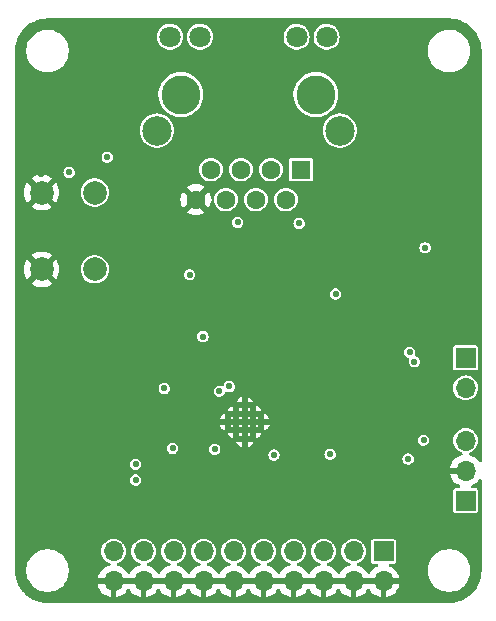
<source format=gbr>
%TF.GenerationSoftware,KiCad,Pcbnew,8.0.3*%
%TF.CreationDate,Date%
%TF.ProjectId,LAN8742A-breakout,4c414e38-3734-4324-912d-627265616b6f,+ (Unreleased)*%
%TF.SameCoordinates,Original*%
%TF.FileFunction,Copper,L2,Inr*%
%TF.FilePolarity,Positive*%
%FSLAX46Y46*%
G04 Gerber Fmt 4.6, Leading zero omitted, Abs format (unit mm)*
G04 Created by KiCad*
%MOMM*%
%LPD*%
G01*
G04 APERTURE LIST*
%TA.AperFunction,ComponentPad*%
%ADD10R,1.700000X1.700000*%
%TD*%
%TA.AperFunction,ComponentPad*%
%ADD11O,1.700000X1.700000*%
%TD*%
%TA.AperFunction,HeatsinkPad*%
%ADD12C,0.500000*%
%TD*%
%TA.AperFunction,ComponentPad*%
%ADD13C,2.000000*%
%TD*%
%TA.AperFunction,ComponentPad*%
%ADD14C,3.300000*%
%TD*%
%TA.AperFunction,ComponentPad*%
%ADD15R,1.600000X1.600000*%
%TD*%
%TA.AperFunction,ComponentPad*%
%ADD16C,1.600000*%
%TD*%
%TA.AperFunction,ComponentPad*%
%ADD17C,1.800000*%
%TD*%
%TA.AperFunction,ComponentPad*%
%ADD18C,2.500000*%
%TD*%
%TA.AperFunction,ViaPad*%
%ADD19C,0.550000*%
%TD*%
G04 APERTURE END LIST*
D10*
%TO.N,/Project Architecture/LAN8742A breakout/LED1*%
%TO.C,J4*%
X101690981Y31000000D03*
D11*
%TO.N,/Project Architecture/LAN8742A breakout/LED2*%
X101690981Y28460000D03*
%TD*%
D12*
%TO.N,GND*%
%TO.C,U1*%
X82983084Y26978368D03*
X82275977Y26271261D03*
X81568870Y25564154D03*
X83690191Y26271261D03*
X82983084Y25564154D03*
X82275977Y24857047D03*
X84397298Y25564154D03*
X83690191Y24857047D03*
X82983084Y24149940D03*
%TD*%
D13*
%TO.N,GND*%
%TO.C,SW1*%
X65793981Y38500000D03*
X65793981Y45000000D03*
%TO.N,Net-(R6-Pad1)*%
X70293981Y38500000D03*
X70293981Y45000000D03*
%TD*%
D10*
%TO.N,/Project Architecture/LAN8742A breakout/TXD1*%
%TO.C,J2*%
X94739181Y14622000D03*
D11*
%TO.N,GND*%
X94739181Y12082000D03*
%TO.N,/Project Architecture/LAN8742A breakout/TXD0*%
X92199181Y14622000D03*
%TO.N,GND*%
X92199181Y12082000D03*
%TO.N,/Project Architecture/LAN8742A breakout/TXEN*%
X89659181Y14622000D03*
%TO.N,GND*%
X89659181Y12082000D03*
%TO.N,/Project Architecture/LAN8742A breakout/REFCLKO*%
X87119181Y14622000D03*
%TO.N,GND*%
X87119181Y12082000D03*
%TO.N,/Project Architecture/LAN8742A breakout/MDC*%
X84579181Y14622000D03*
%TO.N,GND*%
X84579181Y12082000D03*
%TO.N,/Project Architecture/LAN8742A breakout/MDIO*%
X82039181Y14622000D03*
%TO.N,GND*%
X82039181Y12082000D03*
%TO.N,/Project Architecture/LAN8742A breakout/CRS_DV*%
X79499181Y14622000D03*
%TO.N,GND*%
X79499181Y12082000D03*
%TO.N,/Project Architecture/LAN8742A breakout/RXER*%
X76959181Y14622000D03*
%TO.N,GND*%
X76959181Y12082000D03*
%TO.N,/Project Architecture/LAN8742A breakout/RXD0*%
X74419181Y14622000D03*
%TO.N,GND*%
X74419181Y12082000D03*
%TO.N,/Project Architecture/LAN8742A breakout/RXD1*%
X71879181Y14622000D03*
%TO.N,GND*%
X71879181Y12082000D03*
%TD*%
D10*
%TO.N,+3.3V*%
%TO.C,J3*%
X101690981Y18920000D03*
D11*
%TO.N,GND*%
X101690981Y21460000D03*
%TO.N,/Project Architecture/LAN8742A breakout/nRST*%
X101690981Y24000000D03*
%TD*%
D14*
%TO.N,*%
%TO.C,J1*%
X89013981Y53296400D03*
X77583981Y53296400D03*
D15*
%TO.N,/Project Architecture/LAN8742A breakout/TX_P*%
X87743981Y46946400D03*
D16*
%TO.N,/Project Architecture/LAN8742A breakout/TX_N*%
X86473981Y44406400D03*
%TO.N,/Project Architecture/LAN8742A breakout/RX_P*%
X85203981Y46946400D03*
%TO.N,+3V3_PHYA*%
X83933981Y44406400D03*
X82663981Y46946400D03*
%TO.N,/Project Architecture/LAN8742A breakout/RX_N*%
X81393981Y44406400D03*
%TO.N,unconnected-(J1-NC-Pad7)*%
X80123981Y46946400D03*
%TO.N,GND*%
X78853981Y44406400D03*
D17*
%TO.N,/Project Architecture/LAN8742A breakout/LED1*%
X89923981Y58186400D03*
%TO.N,Net-(J1-Pad10)*%
X87383981Y58186400D03*
%TO.N,Net-(J1-Pad11)*%
X79203981Y58186400D03*
%TO.N,/Project Architecture/LAN8742A breakout/LED2*%
X76663981Y58186400D03*
D18*
%TO.N,Net-(JP5-B)*%
X91033981Y50246400D03*
%TO.N,Net-(JP4-B)*%
X75553981Y50246400D03*
%TD*%
D19*
%TO.N,GND*%
X100002962Y42945879D03*
X97534169Y41433407D03*
X97545651Y37143655D03*
X100116249Y37104902D03*
%TO.N,+3V3_PHYA*%
X76171968Y28414813D03*
X71344081Y47998400D03*
X90675181Y36416000D03*
X90217981Y22852400D03*
X78330781Y38041600D03*
X73758781Y20668000D03*
X80448982Y23258978D03*
X79448381Y32809200D03*
X76882981Y23335000D03*
X98259981Y40327600D03*
X73758781Y21988800D03*
X96821981Y22446000D03*
%TO.N,GND*%
X80998981Y18621400D03*
X73378981Y51641400D03*
X75918981Y16081400D03*
X96238981Y26241400D03*
X75918981Y44021400D03*
X101318981Y49101400D03*
X70838981Y26241400D03*
X86078981Y38941400D03*
X96238981Y44021400D03*
X86078981Y21161400D03*
X86078981Y31321400D03*
X101318981Y51641400D03*
X78458981Y41481400D03*
X86078981Y33861400D03*
X98778981Y16081400D03*
X70838981Y36401400D03*
X78458981Y46561400D03*
X68298981Y21161400D03*
X70838981Y33861400D03*
X65758981Y16081400D03*
X70838981Y16081400D03*
X80998981Y16081400D03*
X73378981Y38941400D03*
X65758981Y46561400D03*
X88618981Y31321400D03*
X96238981Y41481400D03*
X65758981Y23701400D03*
X101318981Y46561400D03*
X93698981Y44021400D03*
X88618981Y33861400D03*
X83538981Y16081400D03*
X68298981Y54181400D03*
X93698981Y31321400D03*
X68298981Y11001400D03*
X91158981Y21161400D03*
X98778981Y21161400D03*
X65758981Y28781400D03*
X93698981Y33861400D03*
X83538981Y18621400D03*
X93698981Y18621400D03*
X88618981Y49101400D03*
X65758981Y36401400D03*
X91158981Y31321400D03*
X86078981Y16081400D03*
X73378981Y46561400D03*
X83538981Y38941400D03*
X93698981Y46561400D03*
X101318981Y16081400D03*
X68298981Y18621400D03*
X96238981Y11001400D03*
X88618981Y16081400D03*
X91158981Y54181400D03*
X91158981Y38941400D03*
X70838981Y18621400D03*
X93698981Y38941400D03*
X83538981Y51641400D03*
X91158981Y46561400D03*
X73378981Y31321400D03*
X70838981Y56721400D03*
X93698981Y41481400D03*
X65758981Y54181400D03*
X91158981Y41481400D03*
X70838981Y23701400D03*
X96238981Y46561400D03*
X65758981Y51641400D03*
X88618981Y38941400D03*
X86078981Y36401400D03*
X93698981Y54181400D03*
X93698981Y21161400D03*
X78458981Y18621400D03*
X65758981Y33861400D03*
X75918981Y38941400D03*
X73378981Y36401400D03*
X96238981Y38941400D03*
X75918981Y46561400D03*
X70838981Y51641400D03*
X80998981Y38941400D03*
X75918981Y41481400D03*
X73378981Y41481400D03*
X93698981Y26241400D03*
X98778981Y11001400D03*
X80998981Y33861400D03*
X96238981Y13541400D03*
X96238981Y51641400D03*
X65758981Y21161400D03*
X88618981Y18621400D03*
X83538981Y54181400D03*
X73378981Y54181400D03*
X78458981Y36401400D03*
X65758981Y31321400D03*
X91158981Y44021400D03*
X78458981Y16081400D03*
X80998981Y51641400D03*
X70838981Y54181400D03*
X101318981Y26241400D03*
X93698981Y51641400D03*
X96238981Y33861400D03*
X80998981Y54181400D03*
X65758981Y18621400D03*
X73378981Y44021400D03*
X91158981Y33861400D03*
X68298981Y16081400D03*
X91158981Y16081400D03*
X68298981Y51641400D03*
X96238981Y49101400D03*
X88618981Y44021400D03*
X96238981Y16081400D03*
X101318981Y54181400D03*
X65758981Y26241400D03*
X73378981Y16081400D03*
X80998981Y41481400D03*
X65758981Y41481400D03*
%TO.N,/Project Architecture/LAN8742A breakout/nRST*%
X98128981Y24020800D03*
X85466454Y22774473D03*
X68119981Y46703000D03*
%TO.N,/Project Architecture/LAN8742A breakout/RX_N*%
X82388660Y42467321D03*
%TO.N,/Project Architecture/LAN8742A breakout/TX_N*%
X87594981Y42385000D03*
%TO.N,Net-(JP1-A)*%
X80832920Y28173939D03*
X96948981Y31463000D03*
%TO.N,Net-(JP2-B)*%
X97355568Y30675413D03*
X81671068Y28579913D03*
%TD*%
%TA.AperFunction,Conductor*%
%TO.N,GND*%
G36*
X73953256Y12274993D02*
G01*
X73919181Y12147826D01*
X73919181Y12016174D01*
X73953256Y11889007D01*
X73986169Y11832000D01*
X72312193Y11832000D01*
X72345106Y11889007D01*
X72379181Y12016174D01*
X72379181Y12147826D01*
X72345106Y12274993D01*
X72312193Y12332000D01*
X73986169Y12332000D01*
X73953256Y12274993D01*
G37*
%TD.AperFunction*%
%TA.AperFunction,Conductor*%
G36*
X76493256Y12274993D02*
G01*
X76459181Y12147826D01*
X76459181Y12016174D01*
X76493256Y11889007D01*
X76526169Y11832000D01*
X74852193Y11832000D01*
X74885106Y11889007D01*
X74919181Y12016174D01*
X74919181Y12147826D01*
X74885106Y12274993D01*
X74852193Y12332000D01*
X76526169Y12332000D01*
X76493256Y12274993D01*
G37*
%TD.AperFunction*%
%TA.AperFunction,Conductor*%
G36*
X79033256Y12274993D02*
G01*
X78999181Y12147826D01*
X78999181Y12016174D01*
X79033256Y11889007D01*
X79066169Y11832000D01*
X77392193Y11832000D01*
X77425106Y11889007D01*
X77459181Y12016174D01*
X77459181Y12147826D01*
X77425106Y12274993D01*
X77392193Y12332000D01*
X79066169Y12332000D01*
X79033256Y12274993D01*
G37*
%TD.AperFunction*%
%TA.AperFunction,Conductor*%
G36*
X81573256Y12274993D02*
G01*
X81539181Y12147826D01*
X81539181Y12016174D01*
X81573256Y11889007D01*
X81606169Y11832000D01*
X79932193Y11832000D01*
X79965106Y11889007D01*
X79999181Y12016174D01*
X79999181Y12147826D01*
X79965106Y12274993D01*
X79932193Y12332000D01*
X81606169Y12332000D01*
X81573256Y12274993D01*
G37*
%TD.AperFunction*%
%TA.AperFunction,Conductor*%
G36*
X84113256Y12274993D02*
G01*
X84079181Y12147826D01*
X84079181Y12016174D01*
X84113256Y11889007D01*
X84146169Y11832000D01*
X82472193Y11832000D01*
X82505106Y11889007D01*
X82539181Y12016174D01*
X82539181Y12147826D01*
X82505106Y12274993D01*
X82472193Y12332000D01*
X84146169Y12332000D01*
X84113256Y12274993D01*
G37*
%TD.AperFunction*%
%TA.AperFunction,Conductor*%
G36*
X86653256Y12274993D02*
G01*
X86619181Y12147826D01*
X86619181Y12016174D01*
X86653256Y11889007D01*
X86686169Y11832000D01*
X85012193Y11832000D01*
X85045106Y11889007D01*
X85079181Y12016174D01*
X85079181Y12147826D01*
X85045106Y12274993D01*
X85012193Y12332000D01*
X86686169Y12332000D01*
X86653256Y12274993D01*
G37*
%TD.AperFunction*%
%TA.AperFunction,Conductor*%
G36*
X89193256Y12274993D02*
G01*
X89159181Y12147826D01*
X89159181Y12016174D01*
X89193256Y11889007D01*
X89226169Y11832000D01*
X87552193Y11832000D01*
X87585106Y11889007D01*
X87619181Y12016174D01*
X87619181Y12147826D01*
X87585106Y12274993D01*
X87552193Y12332000D01*
X89226169Y12332000D01*
X89193256Y12274993D01*
G37*
%TD.AperFunction*%
%TA.AperFunction,Conductor*%
G36*
X91733256Y12274993D02*
G01*
X91699181Y12147826D01*
X91699181Y12016174D01*
X91733256Y11889007D01*
X91766169Y11832000D01*
X90092193Y11832000D01*
X90125106Y11889007D01*
X90159181Y12016174D01*
X90159181Y12147826D01*
X90125106Y12274993D01*
X90092193Y12332000D01*
X91766169Y12332000D01*
X91733256Y12274993D01*
G37*
%TD.AperFunction*%
%TA.AperFunction,Conductor*%
G36*
X94273256Y12274993D02*
G01*
X94239181Y12147826D01*
X94239181Y12016174D01*
X94273256Y11889007D01*
X94306169Y11832000D01*
X92632193Y11832000D01*
X92665106Y11889007D01*
X92699181Y12016174D01*
X92699181Y12147826D01*
X92665106Y12274993D01*
X92632193Y12332000D01*
X94306169Y12332000D01*
X94273256Y12274993D01*
G37*
%TD.AperFunction*%
%TA.AperFunction,Conductor*%
G36*
X100297455Y59749306D02*
G01*
X100594889Y59732604D01*
X100608686Y59731050D01*
X100898941Y59681735D01*
X100912496Y59678641D01*
X101195400Y59597139D01*
X101208525Y59592546D01*
X101480513Y59479886D01*
X101493041Y59473853D01*
X101750717Y59331443D01*
X101762484Y59324050D01*
X102002606Y59153676D01*
X102013460Y59145020D01*
X102121559Y59048418D01*
X102232996Y58948832D01*
X102242828Y58938999D01*
X102439001Y58719483D01*
X102447671Y58708611D01*
X102618033Y58468509D01*
X102625431Y58456736D01*
X102767842Y58199066D01*
X102773874Y58186540D01*
X102850127Y58002450D01*
X102886540Y57914543D01*
X102891133Y57901417D01*
X102972636Y57618512D01*
X102975730Y57604956D01*
X103025045Y57314715D01*
X103026602Y57300897D01*
X103043286Y57003812D01*
X103043481Y56996859D01*
X103043481Y22275361D01*
X103023796Y22208322D01*
X102970992Y22162567D01*
X102901834Y22152623D01*
X102838278Y22181648D01*
X102817906Y22204237D01*
X102729090Y22331078D01*
X102729089Y22331080D01*
X102562063Y22498106D01*
X102368559Y22633601D01*
X102154473Y22733430D01*
X102154467Y22733433D01*
X102032330Y22766159D01*
X101972670Y22802524D01*
X101942141Y22865371D01*
X101950436Y22934747D01*
X101994921Y22988625D01*
X102028425Y23004593D01*
X102094935Y23024768D01*
X102277431Y23122315D01*
X102437391Y23253590D01*
X102568666Y23413550D01*
X102666213Y23596046D01*
X102726281Y23794066D01*
X102746564Y24000000D01*
X102726281Y24205934D01*
X102666213Y24403954D01*
X102568666Y24586450D01*
X102516683Y24649791D01*
X102437391Y24746411D01*
X102277433Y24877683D01*
X102277434Y24877683D01*
X102277431Y24877685D01*
X102094935Y24975232D01*
X101896915Y25035300D01*
X101896913Y25035301D01*
X101896915Y25035301D01*
X101690981Y25055583D01*
X101485048Y25035301D01*
X101287024Y24975231D01*
X101198390Y24927854D01*
X101104531Y24877685D01*
X101104529Y24877684D01*
X101104528Y24877683D01*
X100944570Y24746411D01*
X100813298Y24586453D01*
X100715750Y24403957D01*
X100655680Y24205933D01*
X100635398Y24000000D01*
X100655680Y23794068D01*
X100684804Y23698058D01*
X100715749Y23596046D01*
X100813296Y23413550D01*
X100813298Y23413548D01*
X100944570Y23253590D01*
X101010291Y23199655D01*
X101104531Y23122315D01*
X101287027Y23024768D01*
X101353532Y23004595D01*
X101411970Y22966298D01*
X101440427Y22902486D01*
X101429868Y22833419D01*
X101383644Y22781025D01*
X101349631Y22766159D01*
X101227495Y22733433D01*
X101227488Y22733430D01*
X101013403Y22633601D01*
X101013401Y22633600D01*
X100819907Y22498114D01*
X100819901Y22498109D01*
X100652872Y22331080D01*
X100652867Y22331074D01*
X100517381Y22137580D01*
X100517380Y22137578D01*
X100417551Y21923493D01*
X100417548Y21923487D01*
X100360345Y21710001D01*
X100360345Y21710000D01*
X101257969Y21710000D01*
X101225056Y21652993D01*
X101190981Y21525826D01*
X101190981Y21394174D01*
X101225056Y21267007D01*
X101257969Y21210000D01*
X100360345Y21210000D01*
X100417548Y20996514D01*
X100417551Y20996508D01*
X100517380Y20782422D01*
X100652875Y20588918D01*
X100819898Y20421895D01*
X101013402Y20286400D01*
X101183929Y20206882D01*
X101236368Y20160710D01*
X101255520Y20093516D01*
X101235304Y20026635D01*
X101182139Y19981300D01*
X101131524Y19970500D01*
X100821228Y19970500D01*
X100762751Y19958869D01*
X100762750Y19958868D01*
X100696428Y19914553D01*
X100652113Y19848231D01*
X100652112Y19848230D01*
X100640481Y19789753D01*
X100640481Y18050248D01*
X100652112Y17991771D01*
X100652113Y17991770D01*
X100696428Y17925448D01*
X100762750Y17881133D01*
X100762751Y17881132D01*
X100821228Y17869501D01*
X100821231Y17869500D01*
X100821233Y17869500D01*
X102560731Y17869500D01*
X102560732Y17869501D01*
X102575549Y17872448D01*
X102619210Y17881132D01*
X102619210Y17881133D01*
X102619212Y17881133D01*
X102685533Y17925448D01*
X102729848Y17991769D01*
X102729848Y17991771D01*
X102729849Y17991771D01*
X102741480Y18050248D01*
X102741481Y18050250D01*
X102741481Y19789751D01*
X102741480Y19789753D01*
X102729849Y19848230D01*
X102729848Y19848231D01*
X102685533Y19914553D01*
X102619211Y19958868D01*
X102619210Y19958869D01*
X102560733Y19970500D01*
X102560729Y19970500D01*
X102250438Y19970500D01*
X102183399Y19990185D01*
X102137644Y20042989D01*
X102127700Y20112147D01*
X102156725Y20175703D01*
X102198033Y20206882D01*
X102368559Y20286400D01*
X102562063Y20421895D01*
X102729086Y20588918D01*
X102817906Y20715764D01*
X102872483Y20759389D01*
X102941982Y20766581D01*
X103004336Y20735059D01*
X103039750Y20674829D01*
X103043481Y20644640D01*
X103043481Y13003481D01*
X103043286Y12996528D01*
X103026583Y12699108D01*
X103025026Y12685290D01*
X102975711Y12395049D01*
X102972617Y12381492D01*
X102891114Y12098589D01*
X102886521Y12085465D01*
X102773859Y11813473D01*
X102767830Y11800954D01*
X102625412Y11543269D01*
X102618020Y11531505D01*
X102447656Y11291402D01*
X102438987Y11280531D01*
X102242811Y11061010D01*
X102232977Y11051177D01*
X102013457Y10855004D01*
X102002586Y10846334D01*
X101762482Y10675972D01*
X101750707Y10668574D01*
X101493033Y10526165D01*
X101480505Y10520132D01*
X101208519Y10407473D01*
X101195394Y10402880D01*
X100912492Y10321379D01*
X100898935Y10318285D01*
X100608694Y10268972D01*
X100594876Y10267415D01*
X100323349Y10252169D01*
X100297116Y10250695D01*
X100290166Y10250500D01*
X66297464Y10250500D01*
X66290512Y10250695D01*
X66251882Y10252865D01*
X65993089Y10267400D01*
X65979272Y10268957D01*
X65689032Y10318272D01*
X65675475Y10321366D01*
X65392574Y10402870D01*
X65379449Y10407463D01*
X65107456Y10520127D01*
X65094931Y10526159D01*
X64837255Y10668574D01*
X64825495Y10675964D01*
X64585378Y10846337D01*
X64574515Y10855001D01*
X64355001Y11051172D01*
X64345168Y11061004D01*
X64221399Y11199502D01*
X64148982Y11280538D01*
X64140324Y11291395D01*
X63992505Y11499727D01*
X63969958Y11531505D01*
X63962560Y11543279D01*
X63820150Y11800951D01*
X63814117Y11813480D01*
X63701459Y12085463D01*
X63696866Y12098587D01*
X63636380Y12308537D01*
X63615361Y12381494D01*
X63612268Y12395049D01*
X63562952Y12685300D01*
X63561398Y12699099D01*
X63544676Y12996872D01*
X63544481Y13003824D01*
X63544481Y13118005D01*
X64493481Y13118005D01*
X64493481Y12881996D01*
X64493482Y12881980D01*
X64524287Y12647990D01*
X64585375Y12420007D01*
X64675695Y12201955D01*
X64675700Y12201944D01*
X64701328Y12157556D01*
X64793708Y11997550D01*
X64793710Y11997547D01*
X64793711Y11997546D01*
X64937387Y11810303D01*
X64937393Y11810296D01*
X65104276Y11643413D01*
X65104283Y11643407D01*
X65214287Y11558999D01*
X65291531Y11499727D01*
X65393845Y11440656D01*
X65495924Y11381720D01*
X65495929Y11381718D01*
X65495932Y11381716D01*
X65713988Y11291394D01*
X65941967Y11230307D01*
X66175970Y11199500D01*
X66175977Y11199500D01*
X66411985Y11199500D01*
X66411992Y11199500D01*
X66645995Y11230307D01*
X66873974Y11291394D01*
X67092030Y11381716D01*
X67296431Y11499727D01*
X67483680Y11643408D01*
X67650573Y11810301D01*
X67794254Y11997550D01*
X67912265Y12201951D01*
X67966134Y12332001D01*
X70548545Y12332001D01*
X70548545Y12332000D01*
X71446169Y12332000D01*
X71413256Y12274993D01*
X71379181Y12147826D01*
X71379181Y12016174D01*
X71413256Y11889007D01*
X71446169Y11832000D01*
X70548545Y11832000D01*
X70605748Y11618514D01*
X70605751Y11618508D01*
X70705580Y11404422D01*
X70841075Y11210918D01*
X71008098Y11043895D01*
X71201602Y10908400D01*
X71415688Y10808571D01*
X71415697Y10808567D01*
X71629181Y10751366D01*
X71629181Y11648988D01*
X71686188Y11616075D01*
X71813355Y11582000D01*
X71945007Y11582000D01*
X72072174Y11616075D01*
X72129181Y11648988D01*
X72129181Y10751367D01*
X72342664Y10808567D01*
X72342673Y10808571D01*
X72556759Y10908400D01*
X72750263Y11043895D01*
X72917286Y11210918D01*
X73047606Y11397032D01*
X73102183Y11440656D01*
X73171682Y11447849D01*
X73234036Y11416327D01*
X73250756Y11397032D01*
X73381075Y11210918D01*
X73548098Y11043895D01*
X73741602Y10908400D01*
X73955688Y10808571D01*
X73955697Y10808567D01*
X74169181Y10751366D01*
X74169181Y11648988D01*
X74226188Y11616075D01*
X74353355Y11582000D01*
X74485007Y11582000D01*
X74612174Y11616075D01*
X74669181Y11648988D01*
X74669181Y10751367D01*
X74882664Y10808567D01*
X74882673Y10808571D01*
X75096759Y10908400D01*
X75290263Y11043895D01*
X75457286Y11210918D01*
X75587606Y11397032D01*
X75642183Y11440656D01*
X75711682Y11447849D01*
X75774036Y11416327D01*
X75790756Y11397032D01*
X75921075Y11210918D01*
X76088098Y11043895D01*
X76281602Y10908400D01*
X76495688Y10808571D01*
X76495697Y10808567D01*
X76709181Y10751366D01*
X76709181Y11648988D01*
X76766188Y11616075D01*
X76893355Y11582000D01*
X77025007Y11582000D01*
X77152174Y11616075D01*
X77209181Y11648988D01*
X77209181Y10751367D01*
X77422664Y10808567D01*
X77422673Y10808571D01*
X77636759Y10908400D01*
X77830263Y11043895D01*
X77997286Y11210918D01*
X78127606Y11397032D01*
X78182183Y11440656D01*
X78251682Y11447849D01*
X78314036Y11416327D01*
X78330756Y11397032D01*
X78461075Y11210918D01*
X78628098Y11043895D01*
X78821602Y10908400D01*
X79035688Y10808571D01*
X79035697Y10808567D01*
X79249181Y10751366D01*
X79249181Y11648988D01*
X79306188Y11616075D01*
X79433355Y11582000D01*
X79565007Y11582000D01*
X79692174Y11616075D01*
X79749181Y11648988D01*
X79749181Y10751367D01*
X79962664Y10808567D01*
X79962673Y10808571D01*
X80176759Y10908400D01*
X80370263Y11043895D01*
X80537286Y11210918D01*
X80667606Y11397032D01*
X80722183Y11440656D01*
X80791682Y11447849D01*
X80854036Y11416327D01*
X80870756Y11397032D01*
X81001075Y11210918D01*
X81168098Y11043895D01*
X81361602Y10908400D01*
X81575688Y10808571D01*
X81575697Y10808567D01*
X81789181Y10751366D01*
X81789181Y11648988D01*
X81846188Y11616075D01*
X81973355Y11582000D01*
X82105007Y11582000D01*
X82232174Y11616075D01*
X82289181Y11648988D01*
X82289181Y10751367D01*
X82502664Y10808567D01*
X82502673Y10808571D01*
X82716759Y10908400D01*
X82910263Y11043895D01*
X83077286Y11210918D01*
X83207606Y11397032D01*
X83262183Y11440656D01*
X83331682Y11447849D01*
X83394036Y11416327D01*
X83410756Y11397032D01*
X83541075Y11210918D01*
X83708098Y11043895D01*
X83901602Y10908400D01*
X84115688Y10808571D01*
X84115697Y10808567D01*
X84329181Y10751366D01*
X84329181Y11648988D01*
X84386188Y11616075D01*
X84513355Y11582000D01*
X84645007Y11582000D01*
X84772174Y11616075D01*
X84829181Y11648988D01*
X84829181Y10751367D01*
X85042664Y10808567D01*
X85042673Y10808571D01*
X85256759Y10908400D01*
X85450263Y11043895D01*
X85617286Y11210918D01*
X85747606Y11397032D01*
X85802183Y11440656D01*
X85871682Y11447849D01*
X85934036Y11416327D01*
X85950756Y11397032D01*
X86081075Y11210918D01*
X86248098Y11043895D01*
X86441602Y10908400D01*
X86655688Y10808571D01*
X86655697Y10808567D01*
X86869181Y10751366D01*
X86869181Y11648988D01*
X86926188Y11616075D01*
X87053355Y11582000D01*
X87185007Y11582000D01*
X87312174Y11616075D01*
X87369181Y11648988D01*
X87369181Y10751367D01*
X87582664Y10808567D01*
X87582673Y10808571D01*
X87796759Y10908400D01*
X87990263Y11043895D01*
X88157286Y11210918D01*
X88287606Y11397032D01*
X88342183Y11440656D01*
X88411682Y11447849D01*
X88474036Y11416327D01*
X88490756Y11397032D01*
X88621075Y11210918D01*
X88788098Y11043895D01*
X88981602Y10908400D01*
X89195688Y10808571D01*
X89195697Y10808567D01*
X89409181Y10751366D01*
X89409181Y11648988D01*
X89466188Y11616075D01*
X89593355Y11582000D01*
X89725007Y11582000D01*
X89852174Y11616075D01*
X89909181Y11648988D01*
X89909181Y10751367D01*
X90122664Y10808567D01*
X90122673Y10808571D01*
X90336759Y10908400D01*
X90530263Y11043895D01*
X90697286Y11210918D01*
X90827606Y11397032D01*
X90882183Y11440656D01*
X90951682Y11447849D01*
X91014036Y11416327D01*
X91030756Y11397032D01*
X91161075Y11210918D01*
X91328098Y11043895D01*
X91521602Y10908400D01*
X91735688Y10808571D01*
X91735697Y10808567D01*
X91949181Y10751366D01*
X91949181Y11648988D01*
X92006188Y11616075D01*
X92133355Y11582000D01*
X92265007Y11582000D01*
X92392174Y11616075D01*
X92449181Y11648988D01*
X92449181Y10751367D01*
X92662664Y10808567D01*
X92662673Y10808571D01*
X92876759Y10908400D01*
X93070263Y11043895D01*
X93237286Y11210918D01*
X93367606Y11397032D01*
X93422183Y11440656D01*
X93491682Y11447849D01*
X93554036Y11416327D01*
X93570756Y11397032D01*
X93701075Y11210918D01*
X93868098Y11043895D01*
X94061602Y10908400D01*
X94275688Y10808571D01*
X94275697Y10808567D01*
X94489181Y10751366D01*
X94489181Y11648988D01*
X94546188Y11616075D01*
X94673355Y11582000D01*
X94805007Y11582000D01*
X94932174Y11616075D01*
X94989181Y11648988D01*
X94989181Y10751367D01*
X95202664Y10808567D01*
X95202673Y10808571D01*
X95416759Y10908400D01*
X95610263Y11043895D01*
X95777286Y11210918D01*
X95912781Y11404422D01*
X96012610Y11618508D01*
X96012613Y11618514D01*
X96069817Y11832000D01*
X95172193Y11832000D01*
X95205106Y11889007D01*
X95239181Y12016174D01*
X95239181Y12147826D01*
X95205106Y12274993D01*
X95172193Y12332000D01*
X96069817Y12332000D01*
X96069816Y12332001D01*
X96012613Y12545487D01*
X96012610Y12545493D01*
X95912781Y12759578D01*
X95912780Y12759580D01*
X95777294Y12953074D01*
X95777289Y12953080D01*
X95612364Y13118005D01*
X98493481Y13118005D01*
X98493481Y12881996D01*
X98493482Y12881980D01*
X98524287Y12647990D01*
X98585375Y12420007D01*
X98675695Y12201955D01*
X98675700Y12201944D01*
X98701328Y12157556D01*
X98793708Y11997550D01*
X98793710Y11997547D01*
X98793711Y11997546D01*
X98937387Y11810303D01*
X98937393Y11810296D01*
X99104276Y11643413D01*
X99104283Y11643407D01*
X99214287Y11558999D01*
X99291531Y11499727D01*
X99393845Y11440656D01*
X99495924Y11381720D01*
X99495929Y11381718D01*
X99495932Y11381716D01*
X99713988Y11291394D01*
X99941967Y11230307D01*
X100175970Y11199500D01*
X100175977Y11199500D01*
X100411985Y11199500D01*
X100411992Y11199500D01*
X100645995Y11230307D01*
X100873974Y11291394D01*
X101092030Y11381716D01*
X101296431Y11499727D01*
X101483680Y11643408D01*
X101650573Y11810301D01*
X101794254Y11997550D01*
X101912265Y12201951D01*
X102002587Y12420007D01*
X102063674Y12647986D01*
X102094481Y12881989D01*
X102094481Y13118011D01*
X102063674Y13352014D01*
X102002587Y13579993D01*
X101912265Y13798049D01*
X101912263Y13798052D01*
X101912261Y13798057D01*
X101867497Y13875590D01*
X101794254Y14002450D01*
X101650573Y14189699D01*
X101650568Y14189705D01*
X101483685Y14356588D01*
X101483678Y14356594D01*
X101296435Y14500270D01*
X101296434Y14500271D01*
X101296431Y14500273D01*
X101214938Y14547323D01*
X101092037Y14618281D01*
X101092026Y14618286D01*
X100873974Y14708606D01*
X100645991Y14769694D01*
X100412001Y14800499D01*
X100411998Y14800500D01*
X100411992Y14800500D01*
X100175970Y14800500D01*
X100175964Y14800500D01*
X100175960Y14800499D01*
X99941970Y14769694D01*
X99713987Y14708606D01*
X99495935Y14618286D01*
X99495924Y14618281D01*
X99291526Y14500270D01*
X99104283Y14356594D01*
X99104276Y14356588D01*
X98937393Y14189705D01*
X98937387Y14189698D01*
X98793711Y14002455D01*
X98675700Y13798057D01*
X98675695Y13798046D01*
X98585375Y13579994D01*
X98524287Y13352011D01*
X98493482Y13118021D01*
X98493481Y13118005D01*
X95612364Y13118005D01*
X95610263Y13120106D01*
X95416759Y13255601D01*
X95246233Y13335118D01*
X95193794Y13381290D01*
X95174642Y13448484D01*
X95194858Y13515365D01*
X95248023Y13560700D01*
X95298638Y13571500D01*
X95608931Y13571500D01*
X95608932Y13571501D01*
X95623749Y13574448D01*
X95667410Y13583132D01*
X95667410Y13583133D01*
X95667412Y13583133D01*
X95733733Y13627448D01*
X95778048Y13693769D01*
X95778048Y13693771D01*
X95778049Y13693771D01*
X95789680Y13752248D01*
X95789681Y13752250D01*
X95789681Y15491751D01*
X95789680Y15491753D01*
X95778049Y15550230D01*
X95778048Y15550231D01*
X95733733Y15616553D01*
X95667411Y15660868D01*
X95667410Y15660869D01*
X95608933Y15672500D01*
X95608929Y15672500D01*
X93869433Y15672500D01*
X93869428Y15672500D01*
X93810951Y15660869D01*
X93810950Y15660868D01*
X93744628Y15616553D01*
X93700313Y15550231D01*
X93700312Y15550230D01*
X93688681Y15491753D01*
X93688681Y13752248D01*
X93700312Y13693771D01*
X93700313Y13693770D01*
X93744628Y13627448D01*
X93810950Y13583133D01*
X93810951Y13583132D01*
X93869428Y13571501D01*
X93869431Y13571500D01*
X94179724Y13571500D01*
X94246763Y13551815D01*
X94292518Y13499011D01*
X94302462Y13429853D01*
X94273437Y13366297D01*
X94232129Y13335118D01*
X94061603Y13255601D01*
X94061601Y13255600D01*
X93868107Y13120114D01*
X93868101Y13120109D01*
X93701072Y12953080D01*
X93701071Y12953078D01*
X93570756Y12766969D01*
X93516179Y12723345D01*
X93446680Y12716152D01*
X93384326Y12747674D01*
X93367606Y12766969D01*
X93237290Y12953078D01*
X93237289Y12953080D01*
X93070263Y13120106D01*
X92876759Y13255601D01*
X92662673Y13355430D01*
X92662667Y13355433D01*
X92540530Y13388159D01*
X92480870Y13424524D01*
X92450341Y13487371D01*
X92458636Y13556747D01*
X92503121Y13610625D01*
X92536625Y13626593D01*
X92603135Y13646768D01*
X92785631Y13744315D01*
X92945591Y13875590D01*
X93076866Y14035550D01*
X93174413Y14218046D01*
X93234481Y14416066D01*
X93254764Y14622000D01*
X93234481Y14827934D01*
X93174413Y15025954D01*
X93076866Y15208450D01*
X93024883Y15271791D01*
X92945591Y15368411D01*
X92795302Y15491748D01*
X92785631Y15499685D01*
X92603135Y15597232D01*
X92405115Y15657300D01*
X92405113Y15657301D01*
X92405115Y15657301D01*
X92199181Y15677583D01*
X91993248Y15657301D01*
X91795224Y15597231D01*
X91707295Y15550231D01*
X91612731Y15499685D01*
X91612729Y15499684D01*
X91612728Y15499683D01*
X91452770Y15368411D01*
X91321498Y15208453D01*
X91223950Y15025957D01*
X91163880Y14827933D01*
X91143598Y14622000D01*
X91163880Y14416068D01*
X91163881Y14416066D01*
X91223949Y14218046D01*
X91321496Y14035550D01*
X91321498Y14035548D01*
X91452770Y13875590D01*
X91547246Y13798057D01*
X91612731Y13744315D01*
X91795227Y13646768D01*
X91861732Y13626595D01*
X91920170Y13588298D01*
X91948627Y13524486D01*
X91938068Y13455419D01*
X91891844Y13403025D01*
X91857831Y13388159D01*
X91735695Y13355433D01*
X91735688Y13355430D01*
X91521603Y13255601D01*
X91521601Y13255600D01*
X91328107Y13120114D01*
X91328101Y13120109D01*
X91161072Y12953080D01*
X91161071Y12953078D01*
X91030756Y12766969D01*
X90976179Y12723345D01*
X90906680Y12716152D01*
X90844326Y12747674D01*
X90827606Y12766969D01*
X90697290Y12953078D01*
X90697289Y12953080D01*
X90530263Y13120106D01*
X90336759Y13255601D01*
X90122673Y13355430D01*
X90122667Y13355433D01*
X90000530Y13388159D01*
X89940870Y13424524D01*
X89910341Y13487371D01*
X89918636Y13556747D01*
X89963121Y13610625D01*
X89996625Y13626593D01*
X90063135Y13646768D01*
X90245631Y13744315D01*
X90405591Y13875590D01*
X90536866Y14035550D01*
X90634413Y14218046D01*
X90694481Y14416066D01*
X90714764Y14622000D01*
X90694481Y14827934D01*
X90634413Y15025954D01*
X90536866Y15208450D01*
X90484883Y15271791D01*
X90405591Y15368411D01*
X90255302Y15491748D01*
X90245631Y15499685D01*
X90063135Y15597232D01*
X89865115Y15657300D01*
X89865113Y15657301D01*
X89865115Y15657301D01*
X89659181Y15677583D01*
X89453248Y15657301D01*
X89255224Y15597231D01*
X89167295Y15550231D01*
X89072731Y15499685D01*
X89072729Y15499684D01*
X89072728Y15499683D01*
X88912770Y15368411D01*
X88781498Y15208453D01*
X88683950Y15025957D01*
X88623880Y14827933D01*
X88603598Y14622000D01*
X88623880Y14416068D01*
X88623881Y14416066D01*
X88683949Y14218046D01*
X88781496Y14035550D01*
X88781498Y14035548D01*
X88912770Y13875590D01*
X89007246Y13798057D01*
X89072731Y13744315D01*
X89255227Y13646768D01*
X89321732Y13626595D01*
X89380170Y13588298D01*
X89408627Y13524486D01*
X89398068Y13455419D01*
X89351844Y13403025D01*
X89317831Y13388159D01*
X89195695Y13355433D01*
X89195688Y13355430D01*
X88981603Y13255601D01*
X88981601Y13255600D01*
X88788107Y13120114D01*
X88788101Y13120109D01*
X88621072Y12953080D01*
X88621071Y12953078D01*
X88490756Y12766969D01*
X88436179Y12723345D01*
X88366680Y12716152D01*
X88304326Y12747674D01*
X88287606Y12766969D01*
X88157290Y12953078D01*
X88157289Y12953080D01*
X87990263Y13120106D01*
X87796759Y13255601D01*
X87582673Y13355430D01*
X87582667Y13355433D01*
X87460530Y13388159D01*
X87400870Y13424524D01*
X87370341Y13487371D01*
X87378636Y13556747D01*
X87423121Y13610625D01*
X87456625Y13626593D01*
X87523135Y13646768D01*
X87705631Y13744315D01*
X87865591Y13875590D01*
X87996866Y14035550D01*
X88094413Y14218046D01*
X88154481Y14416066D01*
X88174764Y14622000D01*
X88154481Y14827934D01*
X88094413Y15025954D01*
X87996866Y15208450D01*
X87944883Y15271791D01*
X87865591Y15368411D01*
X87715302Y15491748D01*
X87705631Y15499685D01*
X87523135Y15597232D01*
X87325115Y15657300D01*
X87325113Y15657301D01*
X87325115Y15657301D01*
X87119181Y15677583D01*
X86913248Y15657301D01*
X86715224Y15597231D01*
X86627295Y15550231D01*
X86532731Y15499685D01*
X86532729Y15499684D01*
X86532728Y15499683D01*
X86372770Y15368411D01*
X86241498Y15208453D01*
X86143950Y15025957D01*
X86083880Y14827933D01*
X86063598Y14622000D01*
X86083880Y14416068D01*
X86083881Y14416066D01*
X86143949Y14218046D01*
X86241496Y14035550D01*
X86241498Y14035548D01*
X86372770Y13875590D01*
X86467246Y13798057D01*
X86532731Y13744315D01*
X86715227Y13646768D01*
X86781732Y13626595D01*
X86840170Y13588298D01*
X86868627Y13524486D01*
X86858068Y13455419D01*
X86811844Y13403025D01*
X86777831Y13388159D01*
X86655695Y13355433D01*
X86655688Y13355430D01*
X86441603Y13255601D01*
X86441601Y13255600D01*
X86248107Y13120114D01*
X86248101Y13120109D01*
X86081072Y12953080D01*
X86081071Y12953078D01*
X85950756Y12766969D01*
X85896179Y12723345D01*
X85826680Y12716152D01*
X85764326Y12747674D01*
X85747606Y12766969D01*
X85617290Y12953078D01*
X85617289Y12953080D01*
X85450263Y13120106D01*
X85256759Y13255601D01*
X85042673Y13355430D01*
X85042667Y13355433D01*
X84920530Y13388159D01*
X84860870Y13424524D01*
X84830341Y13487371D01*
X84838636Y13556747D01*
X84883121Y13610625D01*
X84916625Y13626593D01*
X84983135Y13646768D01*
X85165631Y13744315D01*
X85325591Y13875590D01*
X85456866Y14035550D01*
X85554413Y14218046D01*
X85614481Y14416066D01*
X85634764Y14622000D01*
X85614481Y14827934D01*
X85554413Y15025954D01*
X85456866Y15208450D01*
X85404883Y15271791D01*
X85325591Y15368411D01*
X85175302Y15491748D01*
X85165631Y15499685D01*
X84983135Y15597232D01*
X84785115Y15657300D01*
X84785113Y15657301D01*
X84785115Y15657301D01*
X84579181Y15677583D01*
X84373248Y15657301D01*
X84175224Y15597231D01*
X84087295Y15550231D01*
X83992731Y15499685D01*
X83992729Y15499684D01*
X83992728Y15499683D01*
X83832770Y15368411D01*
X83701498Y15208453D01*
X83603950Y15025957D01*
X83543880Y14827933D01*
X83523598Y14622000D01*
X83543880Y14416068D01*
X83543881Y14416066D01*
X83603949Y14218046D01*
X83701496Y14035550D01*
X83701498Y14035548D01*
X83832770Y13875590D01*
X83927246Y13798057D01*
X83992731Y13744315D01*
X84175227Y13646768D01*
X84241732Y13626595D01*
X84300170Y13588298D01*
X84328627Y13524486D01*
X84318068Y13455419D01*
X84271844Y13403025D01*
X84237831Y13388159D01*
X84115695Y13355433D01*
X84115688Y13355430D01*
X83901603Y13255601D01*
X83901601Y13255600D01*
X83708107Y13120114D01*
X83708101Y13120109D01*
X83541072Y12953080D01*
X83541071Y12953078D01*
X83410756Y12766969D01*
X83356179Y12723345D01*
X83286680Y12716152D01*
X83224326Y12747674D01*
X83207606Y12766969D01*
X83077290Y12953078D01*
X83077289Y12953080D01*
X82910263Y13120106D01*
X82716759Y13255601D01*
X82502673Y13355430D01*
X82502667Y13355433D01*
X82380530Y13388159D01*
X82320870Y13424524D01*
X82290341Y13487371D01*
X82298636Y13556747D01*
X82343121Y13610625D01*
X82376625Y13626593D01*
X82443135Y13646768D01*
X82625631Y13744315D01*
X82785591Y13875590D01*
X82916866Y14035550D01*
X83014413Y14218046D01*
X83074481Y14416066D01*
X83094764Y14622000D01*
X83074481Y14827934D01*
X83014413Y15025954D01*
X82916866Y15208450D01*
X82864883Y15271791D01*
X82785591Y15368411D01*
X82635302Y15491748D01*
X82625631Y15499685D01*
X82443135Y15597232D01*
X82245115Y15657300D01*
X82245113Y15657301D01*
X82245115Y15657301D01*
X82039181Y15677583D01*
X81833248Y15657301D01*
X81635224Y15597231D01*
X81547295Y15550231D01*
X81452731Y15499685D01*
X81452729Y15499684D01*
X81452728Y15499683D01*
X81292770Y15368411D01*
X81161498Y15208453D01*
X81063950Y15025957D01*
X81003880Y14827933D01*
X80983598Y14622000D01*
X81003880Y14416068D01*
X81003881Y14416066D01*
X81063949Y14218046D01*
X81161496Y14035550D01*
X81161498Y14035548D01*
X81292770Y13875590D01*
X81387246Y13798057D01*
X81452731Y13744315D01*
X81635227Y13646768D01*
X81701732Y13626595D01*
X81760170Y13588298D01*
X81788627Y13524486D01*
X81778068Y13455419D01*
X81731844Y13403025D01*
X81697831Y13388159D01*
X81575695Y13355433D01*
X81575688Y13355430D01*
X81361603Y13255601D01*
X81361601Y13255600D01*
X81168107Y13120114D01*
X81168101Y13120109D01*
X81001072Y12953080D01*
X81001071Y12953078D01*
X80870756Y12766969D01*
X80816179Y12723345D01*
X80746680Y12716152D01*
X80684326Y12747674D01*
X80667606Y12766969D01*
X80537290Y12953078D01*
X80537289Y12953080D01*
X80370263Y13120106D01*
X80176759Y13255601D01*
X79962673Y13355430D01*
X79962667Y13355433D01*
X79840530Y13388159D01*
X79780870Y13424524D01*
X79750341Y13487371D01*
X79758636Y13556747D01*
X79803121Y13610625D01*
X79836625Y13626593D01*
X79903135Y13646768D01*
X80085631Y13744315D01*
X80245591Y13875590D01*
X80376866Y14035550D01*
X80474413Y14218046D01*
X80534481Y14416066D01*
X80554764Y14622000D01*
X80534481Y14827934D01*
X80474413Y15025954D01*
X80376866Y15208450D01*
X80324883Y15271791D01*
X80245591Y15368411D01*
X80095302Y15491748D01*
X80085631Y15499685D01*
X79903135Y15597232D01*
X79705115Y15657300D01*
X79705113Y15657301D01*
X79705115Y15657301D01*
X79499181Y15677583D01*
X79293248Y15657301D01*
X79095224Y15597231D01*
X79007295Y15550231D01*
X78912731Y15499685D01*
X78912729Y15499684D01*
X78912728Y15499683D01*
X78752770Y15368411D01*
X78621498Y15208453D01*
X78523950Y15025957D01*
X78463880Y14827933D01*
X78443598Y14622000D01*
X78463880Y14416068D01*
X78463881Y14416066D01*
X78523949Y14218046D01*
X78621496Y14035550D01*
X78621498Y14035548D01*
X78752770Y13875590D01*
X78847246Y13798057D01*
X78912731Y13744315D01*
X79095227Y13646768D01*
X79161732Y13626595D01*
X79220170Y13588298D01*
X79248627Y13524486D01*
X79238068Y13455419D01*
X79191844Y13403025D01*
X79157831Y13388159D01*
X79035695Y13355433D01*
X79035688Y13355430D01*
X78821603Y13255601D01*
X78821601Y13255600D01*
X78628107Y13120114D01*
X78628101Y13120109D01*
X78461072Y12953080D01*
X78461071Y12953078D01*
X78330756Y12766969D01*
X78276179Y12723345D01*
X78206680Y12716152D01*
X78144326Y12747674D01*
X78127606Y12766969D01*
X77997290Y12953078D01*
X77997289Y12953080D01*
X77830263Y13120106D01*
X77636759Y13255601D01*
X77422673Y13355430D01*
X77422667Y13355433D01*
X77300530Y13388159D01*
X77240870Y13424524D01*
X77210341Y13487371D01*
X77218636Y13556747D01*
X77263121Y13610625D01*
X77296625Y13626593D01*
X77363135Y13646768D01*
X77545631Y13744315D01*
X77705591Y13875590D01*
X77836866Y14035550D01*
X77934413Y14218046D01*
X77994481Y14416066D01*
X78014764Y14622000D01*
X77994481Y14827934D01*
X77934413Y15025954D01*
X77836866Y15208450D01*
X77784883Y15271791D01*
X77705591Y15368411D01*
X77555302Y15491748D01*
X77545631Y15499685D01*
X77363135Y15597232D01*
X77165115Y15657300D01*
X77165113Y15657301D01*
X77165115Y15657301D01*
X76959181Y15677583D01*
X76753248Y15657301D01*
X76555224Y15597231D01*
X76467295Y15550231D01*
X76372731Y15499685D01*
X76372729Y15499684D01*
X76372728Y15499683D01*
X76212770Y15368411D01*
X76081498Y15208453D01*
X75983950Y15025957D01*
X75923880Y14827933D01*
X75903598Y14622000D01*
X75923880Y14416068D01*
X75923881Y14416066D01*
X75983949Y14218046D01*
X76081496Y14035550D01*
X76081498Y14035548D01*
X76212770Y13875590D01*
X76307246Y13798057D01*
X76372731Y13744315D01*
X76555227Y13646768D01*
X76621732Y13626595D01*
X76680170Y13588298D01*
X76708627Y13524486D01*
X76698068Y13455419D01*
X76651844Y13403025D01*
X76617831Y13388159D01*
X76495695Y13355433D01*
X76495688Y13355430D01*
X76281603Y13255601D01*
X76281601Y13255600D01*
X76088107Y13120114D01*
X76088101Y13120109D01*
X75921072Y12953080D01*
X75921071Y12953078D01*
X75790756Y12766969D01*
X75736179Y12723345D01*
X75666680Y12716152D01*
X75604326Y12747674D01*
X75587606Y12766969D01*
X75457290Y12953078D01*
X75457289Y12953080D01*
X75290263Y13120106D01*
X75096759Y13255601D01*
X74882673Y13355430D01*
X74882667Y13355433D01*
X74760530Y13388159D01*
X74700870Y13424524D01*
X74670341Y13487371D01*
X74678636Y13556747D01*
X74723121Y13610625D01*
X74756625Y13626593D01*
X74823135Y13646768D01*
X75005631Y13744315D01*
X75165591Y13875590D01*
X75296866Y14035550D01*
X75394413Y14218046D01*
X75454481Y14416066D01*
X75474764Y14622000D01*
X75454481Y14827934D01*
X75394413Y15025954D01*
X75296866Y15208450D01*
X75244883Y15271791D01*
X75165591Y15368411D01*
X75015302Y15491748D01*
X75005631Y15499685D01*
X74823135Y15597232D01*
X74625115Y15657300D01*
X74625113Y15657301D01*
X74625115Y15657301D01*
X74419181Y15677583D01*
X74213248Y15657301D01*
X74015224Y15597231D01*
X73927295Y15550231D01*
X73832731Y15499685D01*
X73832729Y15499684D01*
X73832728Y15499683D01*
X73672770Y15368411D01*
X73541498Y15208453D01*
X73443950Y15025957D01*
X73383880Y14827933D01*
X73363598Y14622000D01*
X73383880Y14416068D01*
X73383881Y14416066D01*
X73443949Y14218046D01*
X73541496Y14035550D01*
X73541498Y14035548D01*
X73672770Y13875590D01*
X73767246Y13798057D01*
X73832731Y13744315D01*
X74015227Y13646768D01*
X74081732Y13626595D01*
X74140170Y13588298D01*
X74168627Y13524486D01*
X74158068Y13455419D01*
X74111844Y13403025D01*
X74077831Y13388159D01*
X73955695Y13355433D01*
X73955688Y13355430D01*
X73741603Y13255601D01*
X73741601Y13255600D01*
X73548107Y13120114D01*
X73548101Y13120109D01*
X73381072Y12953080D01*
X73381071Y12953078D01*
X73250756Y12766969D01*
X73196179Y12723345D01*
X73126680Y12716152D01*
X73064326Y12747674D01*
X73047606Y12766969D01*
X72917290Y12953078D01*
X72917289Y12953080D01*
X72750263Y13120106D01*
X72556759Y13255601D01*
X72342673Y13355430D01*
X72342667Y13355433D01*
X72220530Y13388159D01*
X72160870Y13424524D01*
X72130341Y13487371D01*
X72138636Y13556747D01*
X72183121Y13610625D01*
X72216625Y13626593D01*
X72283135Y13646768D01*
X72465631Y13744315D01*
X72625591Y13875590D01*
X72756866Y14035550D01*
X72854413Y14218046D01*
X72914481Y14416066D01*
X72934764Y14622000D01*
X72914481Y14827934D01*
X72854413Y15025954D01*
X72756866Y15208450D01*
X72704883Y15271791D01*
X72625591Y15368411D01*
X72475302Y15491748D01*
X72465631Y15499685D01*
X72283135Y15597232D01*
X72085115Y15657300D01*
X72085113Y15657301D01*
X72085115Y15657301D01*
X71879181Y15677583D01*
X71673248Y15657301D01*
X71475224Y15597231D01*
X71387295Y15550231D01*
X71292731Y15499685D01*
X71292729Y15499684D01*
X71292728Y15499683D01*
X71132770Y15368411D01*
X71001498Y15208453D01*
X70903950Y15025957D01*
X70843880Y14827933D01*
X70823598Y14622000D01*
X70843880Y14416068D01*
X70843881Y14416066D01*
X70903949Y14218046D01*
X71001496Y14035550D01*
X71001498Y14035548D01*
X71132770Y13875590D01*
X71227246Y13798057D01*
X71292731Y13744315D01*
X71475227Y13646768D01*
X71541732Y13626595D01*
X71600170Y13588298D01*
X71628627Y13524486D01*
X71618068Y13455419D01*
X71571844Y13403025D01*
X71537831Y13388159D01*
X71415695Y13355433D01*
X71415688Y13355430D01*
X71201603Y13255601D01*
X71201601Y13255600D01*
X71008107Y13120114D01*
X71008101Y13120109D01*
X70841072Y12953080D01*
X70841067Y12953074D01*
X70705581Y12759580D01*
X70705580Y12759578D01*
X70605751Y12545493D01*
X70605748Y12545487D01*
X70548545Y12332001D01*
X67966134Y12332001D01*
X68002587Y12420007D01*
X68063674Y12647986D01*
X68094481Y12881989D01*
X68094481Y13118011D01*
X68063674Y13352014D01*
X68002587Y13579993D01*
X67912265Y13798049D01*
X67912263Y13798052D01*
X67912261Y13798057D01*
X67867497Y13875590D01*
X67794254Y14002450D01*
X67650573Y14189699D01*
X67650568Y14189705D01*
X67483685Y14356588D01*
X67483678Y14356594D01*
X67296435Y14500270D01*
X67296434Y14500271D01*
X67296431Y14500273D01*
X67214938Y14547323D01*
X67092037Y14618281D01*
X67092026Y14618286D01*
X66873974Y14708606D01*
X66645991Y14769694D01*
X66412001Y14800499D01*
X66411998Y14800500D01*
X66411992Y14800500D01*
X66175970Y14800500D01*
X66175964Y14800500D01*
X66175960Y14800499D01*
X65941970Y14769694D01*
X65713987Y14708606D01*
X65495935Y14618286D01*
X65495924Y14618281D01*
X65291526Y14500270D01*
X65104283Y14356594D01*
X65104276Y14356588D01*
X64937393Y14189705D01*
X64937387Y14189698D01*
X64793711Y14002455D01*
X64675700Y13798057D01*
X64675695Y13798046D01*
X64585375Y13579994D01*
X64524287Y13352011D01*
X64493482Y13118021D01*
X64493481Y13118005D01*
X63544481Y13118005D01*
X63544481Y20668000D01*
X73278391Y20668000D01*
X73297849Y20532663D01*
X73297851Y20532655D01*
X73354648Y20408286D01*
X73354653Y20408279D01*
X73444190Y20304947D01*
X73444194Y20304943D01*
X73504760Y20266021D01*
X73559220Y20231022D01*
X73624817Y20211761D01*
X73690413Y20192500D01*
X73690414Y20192500D01*
X73827148Y20192500D01*
X73958342Y20231022D01*
X74073370Y20304945D01*
X74162911Y20408282D01*
X74219712Y20532658D01*
X74239171Y20668000D01*
X74219712Y20803342D01*
X74207458Y20830173D01*
X74162913Y20927715D01*
X74162908Y20927722D01*
X74073371Y21031054D01*
X74073367Y21031058D01*
X73958340Y21104979D01*
X73827149Y21143500D01*
X73827148Y21143500D01*
X73690414Y21143500D01*
X73690413Y21143500D01*
X73559221Y21104979D01*
X73444194Y21031058D01*
X73444190Y21031054D01*
X73354653Y20927722D01*
X73354648Y20927715D01*
X73297851Y20803346D01*
X73297849Y20803338D01*
X73278391Y20668000D01*
X63544481Y20668000D01*
X63544481Y21988800D01*
X73278391Y21988800D01*
X73297849Y21853463D01*
X73297851Y21853455D01*
X73354648Y21729086D01*
X73354653Y21729079D01*
X73444190Y21625747D01*
X73444194Y21625743D01*
X73504760Y21586821D01*
X73559220Y21551822D01*
X73624817Y21532561D01*
X73690413Y21513300D01*
X73690414Y21513300D01*
X73827148Y21513300D01*
X73958342Y21551822D01*
X74073370Y21625745D01*
X74162911Y21729082D01*
X74219712Y21853458D01*
X74239171Y21988800D01*
X74219712Y22124142D01*
X74191335Y22186279D01*
X74162913Y22248515D01*
X74162908Y22248522D01*
X74073371Y22351854D01*
X74073367Y22351858D01*
X73958340Y22425779D01*
X73827149Y22464300D01*
X73827148Y22464300D01*
X73690414Y22464300D01*
X73690413Y22464300D01*
X73559221Y22425779D01*
X73444194Y22351858D01*
X73444190Y22351854D01*
X73354653Y22248522D01*
X73354648Y22248515D01*
X73297851Y22124146D01*
X73297849Y22124138D01*
X73278391Y21988800D01*
X63544481Y21988800D01*
X63544481Y22774473D01*
X84986064Y22774473D01*
X85005522Y22639136D01*
X85005524Y22639128D01*
X85062321Y22514759D01*
X85062326Y22514752D01*
X85151863Y22411420D01*
X85151867Y22411416D01*
X85205577Y22376900D01*
X85266893Y22337495D01*
X85332490Y22318234D01*
X85398086Y22298973D01*
X85398087Y22298973D01*
X85534821Y22298973D01*
X85666015Y22337495D01*
X85781043Y22411418D01*
X85870584Y22514755D01*
X85927385Y22639131D01*
X85946844Y22774473D01*
X85935640Y22852400D01*
X89737591Y22852400D01*
X89757049Y22717063D01*
X89757051Y22717055D01*
X89813848Y22592686D01*
X89813853Y22592679D01*
X89903390Y22489347D01*
X89903394Y22489343D01*
X89942363Y22464300D01*
X90018420Y22415422D01*
X90084017Y22396161D01*
X90149613Y22376900D01*
X90149614Y22376900D01*
X90286348Y22376900D01*
X90417542Y22415422D01*
X90465123Y22446000D01*
X96341591Y22446000D01*
X96361049Y22310663D01*
X96361051Y22310655D01*
X96417848Y22186286D01*
X96417853Y22186279D01*
X96507390Y22082947D01*
X96507394Y22082943D01*
X96567960Y22044021D01*
X96622420Y22009022D01*
X96688017Y21989761D01*
X96753613Y21970500D01*
X96753614Y21970500D01*
X96890348Y21970500D01*
X97021542Y22009022D01*
X97136570Y22082945D01*
X97226111Y22186282D01*
X97282912Y22310658D01*
X97302371Y22446000D01*
X97282912Y22581342D01*
X97270658Y22608173D01*
X97226113Y22705715D01*
X97226108Y22705722D01*
X97136571Y22809054D01*
X97136567Y22809058D01*
X97021540Y22882979D01*
X96890349Y22921500D01*
X96890348Y22921500D01*
X96753614Y22921500D01*
X96753613Y22921500D01*
X96622421Y22882979D01*
X96507394Y22809058D01*
X96507390Y22809054D01*
X96417853Y22705722D01*
X96417848Y22705715D01*
X96361051Y22581346D01*
X96361049Y22581338D01*
X96341591Y22446000D01*
X90465123Y22446000D01*
X90532570Y22489345D01*
X90622111Y22592682D01*
X90678912Y22717058D01*
X90698371Y22852400D01*
X90678912Y22987742D01*
X90657699Y23034191D01*
X90622113Y23112115D01*
X90622108Y23112122D01*
X90532571Y23215454D01*
X90532567Y23215458D01*
X90417540Y23289379D01*
X90286349Y23327900D01*
X90286348Y23327900D01*
X90149614Y23327900D01*
X90149613Y23327900D01*
X90018421Y23289379D01*
X89903394Y23215458D01*
X89903390Y23215454D01*
X89813853Y23112122D01*
X89813848Y23112115D01*
X89757051Y22987746D01*
X89757049Y22987738D01*
X89737591Y22852400D01*
X85935640Y22852400D01*
X85927385Y22909815D01*
X85891795Y22987746D01*
X85870586Y23034188D01*
X85870581Y23034195D01*
X85781044Y23137527D01*
X85781040Y23137531D01*
X85684370Y23199655D01*
X85666015Y23211451D01*
X85666014Y23211452D01*
X85666013Y23211452D01*
X85534822Y23249973D01*
X85534821Y23249973D01*
X85398087Y23249973D01*
X85398086Y23249973D01*
X85266894Y23211452D01*
X85151867Y23137531D01*
X85151863Y23137527D01*
X85062326Y23034195D01*
X85062321Y23034188D01*
X85005524Y22909819D01*
X85005522Y22909811D01*
X84986064Y22774473D01*
X63544481Y22774473D01*
X63544481Y23335000D01*
X76402591Y23335000D01*
X76422049Y23199663D01*
X76422051Y23199655D01*
X76478848Y23075286D01*
X76478853Y23075279D01*
X76568390Y22971947D01*
X76568394Y22971943D01*
X76611227Y22944417D01*
X76683420Y22898022D01*
X76734652Y22882979D01*
X76814613Y22859500D01*
X76814614Y22859500D01*
X76951348Y22859500D01*
X77082542Y22898022D01*
X77197570Y22971945D01*
X77287111Y23075282D01*
X77343912Y23199658D01*
X77352441Y23258978D01*
X79968592Y23258978D01*
X79988050Y23123641D01*
X79988052Y23123633D01*
X80044849Y22999264D01*
X80044854Y22999257D01*
X80134391Y22895925D01*
X80134395Y22895921D01*
X80181933Y22865371D01*
X80249421Y22822000D01*
X80293508Y22809055D01*
X80380614Y22783478D01*
X80380615Y22783478D01*
X80517349Y22783478D01*
X80648543Y22822000D01*
X80763571Y22895923D01*
X80853112Y22999260D01*
X80855549Y23004595D01*
X80887832Y23075286D01*
X80909913Y23123636D01*
X80929372Y23258978D01*
X80909913Y23394320D01*
X80875193Y23470346D01*
X80853114Y23518693D01*
X80853109Y23518700D01*
X80763572Y23622032D01*
X80763568Y23622036D01*
X80648541Y23695957D01*
X80517350Y23734478D01*
X80517349Y23734478D01*
X80380615Y23734478D01*
X80380614Y23734478D01*
X80249422Y23695957D01*
X80134395Y23622036D01*
X80134391Y23622032D01*
X80044854Y23518700D01*
X80044849Y23518693D01*
X79988052Y23394324D01*
X79988050Y23394316D01*
X79968592Y23258978D01*
X77352441Y23258978D01*
X77363371Y23335000D01*
X77343912Y23470342D01*
X77321829Y23518696D01*
X77287113Y23594715D01*
X77287108Y23594722D01*
X77197571Y23698054D01*
X77197567Y23698058D01*
X77099497Y23761082D01*
X77082542Y23771978D01*
X77082541Y23771979D01*
X77082540Y23771979D01*
X76951349Y23810500D01*
X76951348Y23810500D01*
X76814614Y23810500D01*
X76814613Y23810500D01*
X76683421Y23771979D01*
X76568394Y23698058D01*
X76568390Y23698054D01*
X76478853Y23594722D01*
X76478848Y23594715D01*
X76422051Y23470346D01*
X76422049Y23470338D01*
X76402591Y23335000D01*
X63544481Y23335000D01*
X63544481Y23899940D01*
X82275972Y23899940D01*
X82303080Y23822471D01*
X82392999Y23679365D01*
X82512508Y23559856D01*
X82655610Y23469938D01*
X82733083Y23442830D01*
X82733084Y23442830D01*
X83233084Y23442830D01*
X83310557Y23469938D01*
X83453659Y23559856D01*
X83573168Y23679365D01*
X83663087Y23822471D01*
X83690195Y23899940D01*
X83233084Y23899940D01*
X83233084Y23442830D01*
X82733084Y23442830D01*
X82733084Y23899940D01*
X82275972Y23899940D01*
X63544481Y23899940D01*
X63544481Y24020800D01*
X97648591Y24020800D01*
X97668049Y23885463D01*
X97668051Y23885455D01*
X97724848Y23761086D01*
X97724853Y23761079D01*
X97814390Y23657747D01*
X97814394Y23657743D01*
X97869957Y23622036D01*
X97929420Y23583822D01*
X97995017Y23564561D01*
X98060613Y23545300D01*
X98060614Y23545300D01*
X98197348Y23545300D01*
X98328542Y23583822D01*
X98443570Y23657745D01*
X98533111Y23761082D01*
X98589912Y23885458D01*
X98609371Y24020800D01*
X98589912Y24156142D01*
X98560408Y24220747D01*
X98533113Y24280515D01*
X98533108Y24280522D01*
X98443571Y24383854D01*
X98443567Y24383858D01*
X98328540Y24457779D01*
X98197349Y24496300D01*
X98197348Y24496300D01*
X98060614Y24496300D01*
X98060613Y24496300D01*
X97929421Y24457779D01*
X97814394Y24383858D01*
X97814390Y24383854D01*
X97724853Y24280522D01*
X97724848Y24280515D01*
X97668051Y24156146D01*
X97668049Y24156138D01*
X97648591Y24020800D01*
X63544481Y24020800D01*
X63544481Y24607047D01*
X81568865Y24607047D01*
X81595973Y24529578D01*
X81685892Y24386472D01*
X81805401Y24266963D01*
X81948503Y24177045D01*
X82025976Y24149937D01*
X82025977Y24149937D01*
X82025977Y24174804D01*
X82858084Y24174804D01*
X82858084Y24125076D01*
X82877114Y24079133D01*
X82912277Y24043970D01*
X82958220Y24024940D01*
X83007948Y24024940D01*
X83053891Y24043970D01*
X83089054Y24079133D01*
X83108084Y24125076D01*
X83108084Y24149937D01*
X83940191Y24149937D01*
X84017664Y24177045D01*
X84160766Y24266963D01*
X84280275Y24386472D01*
X84370194Y24529578D01*
X84397302Y24607047D01*
X83940191Y24607047D01*
X83940191Y24149937D01*
X83108084Y24149937D01*
X83108084Y24174804D01*
X83089054Y24220747D01*
X83053891Y24255910D01*
X83007948Y24274940D01*
X82958220Y24274940D01*
X82912277Y24255910D01*
X82877114Y24220747D01*
X82858084Y24174804D01*
X82025977Y24174804D01*
X82025977Y24399940D01*
X82525977Y24399940D01*
X82733084Y24399940D01*
X83233084Y24399940D01*
X83440191Y24399940D01*
X83440191Y24607047D01*
X83233084Y24607047D01*
X83233084Y24399940D01*
X82733084Y24399940D01*
X82733084Y24607047D01*
X82525977Y24607047D01*
X82525977Y24399940D01*
X82025977Y24399940D01*
X82025977Y24607047D01*
X81568865Y24607047D01*
X63544481Y24607047D01*
X63544481Y25314154D01*
X80861758Y25314154D01*
X80888866Y25236685D01*
X80978785Y25093579D01*
X81098294Y24974070D01*
X81241396Y24884152D01*
X81318869Y24857044D01*
X81318870Y24857044D01*
X81318870Y24881911D01*
X82150977Y24881911D01*
X82150977Y24832183D01*
X82170007Y24786240D01*
X82205170Y24751077D01*
X82251113Y24732047D01*
X82300841Y24732047D01*
X82346784Y24751077D01*
X82381947Y24786240D01*
X82400977Y24832183D01*
X82400977Y24881911D01*
X83565191Y24881911D01*
X83565191Y24832183D01*
X83584221Y24786240D01*
X83619384Y24751077D01*
X83665327Y24732047D01*
X83715055Y24732047D01*
X83760998Y24751077D01*
X83796161Y24786240D01*
X83815191Y24832183D01*
X83815191Y24857044D01*
X84647298Y24857044D01*
X84724771Y24884152D01*
X84867873Y24974070D01*
X84987382Y25093579D01*
X85077301Y25236685D01*
X85104409Y25314154D01*
X84647298Y25314154D01*
X84647298Y24857044D01*
X83815191Y24857044D01*
X83815191Y24881911D01*
X83796161Y24927854D01*
X83760998Y24963017D01*
X83715055Y24982047D01*
X83665327Y24982047D01*
X83619384Y24963017D01*
X83584221Y24927854D01*
X83565191Y24881911D01*
X82400977Y24881911D01*
X82381947Y24927854D01*
X82346784Y24963017D01*
X82300841Y24982047D01*
X82251113Y24982047D01*
X82205170Y24963017D01*
X82170007Y24927854D01*
X82150977Y24881911D01*
X81318870Y24881911D01*
X81318870Y25107047D01*
X81818870Y25107047D01*
X82025977Y25107047D01*
X82525977Y25107047D01*
X82733084Y25107047D01*
X83233084Y25107047D01*
X83440191Y25107047D01*
X83940191Y25107047D01*
X84147298Y25107047D01*
X84147298Y25314154D01*
X83940191Y25314154D01*
X83940191Y25107047D01*
X83440191Y25107047D01*
X83440191Y25314154D01*
X83233084Y25314154D01*
X83233084Y25107047D01*
X82733084Y25107047D01*
X82733084Y25314154D01*
X82525977Y25314154D01*
X82525977Y25107047D01*
X82025977Y25107047D01*
X82025977Y25314154D01*
X81818870Y25314154D01*
X81818870Y25107047D01*
X81318870Y25107047D01*
X81318870Y25314154D01*
X80861758Y25314154D01*
X63544481Y25314154D01*
X63544481Y25589018D01*
X81443870Y25589018D01*
X81443870Y25539290D01*
X81462900Y25493347D01*
X81498063Y25458184D01*
X81544006Y25439154D01*
X81593734Y25439154D01*
X81639677Y25458184D01*
X81674840Y25493347D01*
X81693870Y25539290D01*
X81693870Y25589018D01*
X82858084Y25589018D01*
X82858084Y25539290D01*
X82877114Y25493347D01*
X82912277Y25458184D01*
X82958220Y25439154D01*
X83007948Y25439154D01*
X83053891Y25458184D01*
X83089054Y25493347D01*
X83108084Y25539290D01*
X83108084Y25589018D01*
X84272298Y25589018D01*
X84272298Y25539290D01*
X84291328Y25493347D01*
X84326491Y25458184D01*
X84372434Y25439154D01*
X84422162Y25439154D01*
X84468105Y25458184D01*
X84503268Y25493347D01*
X84522298Y25539290D01*
X84522298Y25589018D01*
X84503268Y25634961D01*
X84468105Y25670124D01*
X84422162Y25689154D01*
X84372434Y25689154D01*
X84326491Y25670124D01*
X84291328Y25634961D01*
X84272298Y25589018D01*
X83108084Y25589018D01*
X83089054Y25634961D01*
X83053891Y25670124D01*
X83007948Y25689154D01*
X82958220Y25689154D01*
X82912277Y25670124D01*
X82877114Y25634961D01*
X82858084Y25589018D01*
X81693870Y25589018D01*
X81674840Y25634961D01*
X81639677Y25670124D01*
X81593734Y25689154D01*
X81544006Y25689154D01*
X81498063Y25670124D01*
X81462900Y25634961D01*
X81443870Y25589018D01*
X63544481Y25589018D01*
X63544481Y25814155D01*
X80861758Y25814155D01*
X80861758Y25814154D01*
X81318870Y25814154D01*
X81818870Y25814154D01*
X82025977Y25814154D01*
X82525977Y25814154D01*
X82733084Y25814154D01*
X83233084Y25814154D01*
X83440191Y25814154D01*
X83940191Y25814154D01*
X84147298Y25814154D01*
X84647298Y25814154D01*
X85104410Y25814154D01*
X85104409Y25814155D01*
X85077301Y25891624D01*
X84987382Y26034730D01*
X84867873Y26154239D01*
X84724767Y26244158D01*
X84647298Y26271266D01*
X84647298Y25814154D01*
X84147298Y25814154D01*
X84147298Y26021261D01*
X83940191Y26021261D01*
X83940191Y25814154D01*
X83440191Y25814154D01*
X83440191Y26021261D01*
X83233084Y26021261D01*
X83233084Y25814154D01*
X82733084Y25814154D01*
X82733084Y26021261D01*
X82525977Y26021261D01*
X82525977Y25814154D01*
X82025977Y25814154D01*
X82025977Y26021261D01*
X81818870Y26021261D01*
X81818870Y25814154D01*
X81318870Y25814154D01*
X81318870Y26271266D01*
X81318869Y26271266D01*
X81241400Y26244158D01*
X81098294Y26154239D01*
X80978785Y26034730D01*
X80888866Y25891624D01*
X80861758Y25814155D01*
X63544481Y25814155D01*
X63544481Y26296125D01*
X82150977Y26296125D01*
X82150977Y26246397D01*
X82170007Y26200454D01*
X82205170Y26165291D01*
X82251113Y26146261D01*
X82300841Y26146261D01*
X82346784Y26165291D01*
X82381947Y26200454D01*
X82400977Y26246397D01*
X82400977Y26296125D01*
X83565191Y26296125D01*
X83565191Y26246397D01*
X83584221Y26200454D01*
X83619384Y26165291D01*
X83665327Y26146261D01*
X83715055Y26146261D01*
X83760998Y26165291D01*
X83796161Y26200454D01*
X83815191Y26246397D01*
X83815191Y26296125D01*
X83796161Y26342068D01*
X83760998Y26377231D01*
X83715055Y26396261D01*
X83665327Y26396261D01*
X83619384Y26377231D01*
X83584221Y26342068D01*
X83565191Y26296125D01*
X82400977Y26296125D01*
X82381947Y26342068D01*
X82346784Y26377231D01*
X82300841Y26396261D01*
X82251113Y26396261D01*
X82205170Y26377231D01*
X82170007Y26342068D01*
X82150977Y26296125D01*
X63544481Y26296125D01*
X63544481Y26521262D01*
X81568865Y26521262D01*
X81568865Y26521261D01*
X82025977Y26521261D01*
X82525977Y26521261D01*
X82733084Y26521261D01*
X83233084Y26521261D01*
X83440191Y26521261D01*
X83940191Y26521261D01*
X84397303Y26521261D01*
X84397302Y26521262D01*
X84370194Y26598731D01*
X84280275Y26741837D01*
X84160766Y26861346D01*
X84017660Y26951265D01*
X83940191Y26978373D01*
X83940191Y26521261D01*
X83440191Y26521261D01*
X83440191Y26728368D01*
X83233084Y26728368D01*
X83233084Y26521261D01*
X82733084Y26521261D01*
X82733084Y26728368D01*
X82525977Y26728368D01*
X82525977Y26521261D01*
X82025977Y26521261D01*
X82025977Y26978373D01*
X82025976Y26978373D01*
X81948507Y26951265D01*
X81805401Y26861346D01*
X81685892Y26741837D01*
X81595973Y26598731D01*
X81568865Y26521262D01*
X63544481Y26521262D01*
X63544481Y27003232D01*
X82858084Y27003232D01*
X82858084Y26953504D01*
X82877114Y26907561D01*
X82912277Y26872398D01*
X82958220Y26853368D01*
X83007948Y26853368D01*
X83053891Y26872398D01*
X83089054Y26907561D01*
X83108084Y26953504D01*
X83108084Y27003232D01*
X83089054Y27049175D01*
X83053891Y27084338D01*
X83007948Y27103368D01*
X82958220Y27103368D01*
X82912277Y27084338D01*
X82877114Y27049175D01*
X82858084Y27003232D01*
X63544481Y27003232D01*
X63544481Y27228369D01*
X82275972Y27228369D01*
X82275972Y27228368D01*
X82733084Y27228368D01*
X83233084Y27228368D01*
X83690196Y27228368D01*
X83690195Y27228369D01*
X83663087Y27305838D01*
X83573168Y27448944D01*
X83453659Y27568453D01*
X83310553Y27658372D01*
X83233084Y27685480D01*
X83233084Y27228368D01*
X82733084Y27228368D01*
X82733084Y27685480D01*
X82733083Y27685480D01*
X82655614Y27658372D01*
X82512508Y27568453D01*
X82392999Y27448944D01*
X82303080Y27305838D01*
X82275972Y27228369D01*
X63544481Y27228369D01*
X63544481Y28414813D01*
X75691578Y28414813D01*
X75711036Y28279476D01*
X75711038Y28279468D01*
X75767835Y28155099D01*
X75767840Y28155092D01*
X75857377Y28051760D01*
X75857381Y28051756D01*
X75917947Y28012834D01*
X75972407Y27977835D01*
X76038004Y27958574D01*
X76103600Y27939313D01*
X76103601Y27939313D01*
X76240335Y27939313D01*
X76371529Y27977835D01*
X76486557Y28051758D01*
X76576098Y28155095D01*
X76584704Y28173939D01*
X80352530Y28173939D01*
X80371988Y28038602D01*
X80371990Y28038594D01*
X80428787Y27914225D01*
X80428792Y27914218D01*
X80518329Y27810886D01*
X80518333Y27810882D01*
X80578899Y27771960D01*
X80633359Y27736961D01*
X80698956Y27717700D01*
X80764552Y27698439D01*
X80764553Y27698439D01*
X80901287Y27698439D01*
X81032481Y27736961D01*
X81147509Y27810884D01*
X81237050Y27914221D01*
X81293851Y28038597D01*
X81295300Y28048679D01*
X81324320Y28112232D01*
X81383096Y28150010D01*
X81452966Y28150014D01*
X81469556Y28143826D01*
X81471508Y28142934D01*
X81602700Y28104413D01*
X81602701Y28104413D01*
X81739435Y28104413D01*
X81870629Y28142935D01*
X81985657Y28216858D01*
X82075198Y28320195D01*
X82131999Y28444571D01*
X82134217Y28460000D01*
X100635398Y28460000D01*
X100655680Y28254068D01*
X100655681Y28254066D01*
X100715749Y28056046D01*
X100813296Y27873550D01*
X100813298Y27873548D01*
X100944570Y27713590D01*
X101041190Y27634298D01*
X101104531Y27582315D01*
X101287027Y27484768D01*
X101485047Y27424700D01*
X101485046Y27424700D01*
X101503510Y27422882D01*
X101690981Y27404417D01*
X101896915Y27424700D01*
X102094935Y27484768D01*
X102277431Y27582315D01*
X102437391Y27713590D01*
X102568666Y27873550D01*
X102666213Y28056046D01*
X102726281Y28254066D01*
X102746564Y28460000D01*
X102726281Y28665934D01*
X102666213Y28863954D01*
X102568666Y29046450D01*
X102516683Y29109791D01*
X102437391Y29206411D01*
X102277433Y29337683D01*
X102277434Y29337683D01*
X102277431Y29337685D01*
X102094935Y29435232D01*
X101896915Y29495300D01*
X101896913Y29495301D01*
X101896915Y29495301D01*
X101690981Y29515583D01*
X101485048Y29495301D01*
X101287024Y29435231D01*
X101176879Y29376357D01*
X101104531Y29337685D01*
X101104529Y29337684D01*
X101104528Y29337683D01*
X100944570Y29206411D01*
X100813298Y29046453D01*
X100715750Y28863957D01*
X100655680Y28665933D01*
X100635398Y28460000D01*
X82134217Y28460000D01*
X82151458Y28579913D01*
X82131999Y28715255D01*
X82103405Y28777867D01*
X82075200Y28839628D01*
X82075195Y28839635D01*
X81985658Y28942967D01*
X81985654Y28942971D01*
X81870627Y29016892D01*
X81739436Y29055413D01*
X81739435Y29055413D01*
X81602701Y29055413D01*
X81602700Y29055413D01*
X81471508Y29016892D01*
X81356481Y28942971D01*
X81356477Y28942967D01*
X81266940Y28839635D01*
X81266935Y28839628D01*
X81210138Y28715259D01*
X81210136Y28715251D01*
X81208687Y28705171D01*
X81179662Y28641615D01*
X81120884Y28603841D01*
X81051014Y28603841D01*
X81034436Y28610024D01*
X81032477Y28610919D01*
X80901288Y28649439D01*
X80901287Y28649439D01*
X80764553Y28649439D01*
X80764552Y28649439D01*
X80633360Y28610918D01*
X80518333Y28536997D01*
X80518329Y28536993D01*
X80428792Y28433661D01*
X80428787Y28433654D01*
X80371990Y28309285D01*
X80371988Y28309277D01*
X80352530Y28173939D01*
X76584704Y28173939D01*
X76632899Y28279471D01*
X76652358Y28414813D01*
X76632899Y28550155D01*
X76605149Y28610919D01*
X76576100Y28674528D01*
X76576095Y28674535D01*
X76486558Y28777867D01*
X76486554Y28777871D01*
X76390455Y28839628D01*
X76371529Y28851791D01*
X76371528Y28851792D01*
X76371527Y28851792D01*
X76240336Y28890313D01*
X76240335Y28890313D01*
X76103601Y28890313D01*
X76103600Y28890313D01*
X75972408Y28851792D01*
X75857381Y28777871D01*
X75857377Y28777867D01*
X75767840Y28674535D01*
X75767835Y28674528D01*
X75711038Y28550159D01*
X75711036Y28550151D01*
X75691578Y28414813D01*
X63544481Y28414813D01*
X63544481Y31463000D01*
X96468591Y31463000D01*
X96488049Y31327663D01*
X96488051Y31327655D01*
X96544848Y31203286D01*
X96544853Y31203279D01*
X96634390Y31099947D01*
X96634394Y31099943D01*
X96716604Y31047112D01*
X96730053Y31038468D01*
X96749422Y31026021D01*
X96826844Y31003288D01*
X96885623Y30965514D01*
X96914648Y30901959D01*
X96904705Y30832802D01*
X96894638Y30810759D01*
X96894636Y30810751D01*
X96875178Y30675413D01*
X96894636Y30540076D01*
X96894638Y30540068D01*
X96951435Y30415699D01*
X96951440Y30415692D01*
X97040977Y30312360D01*
X97040981Y30312356D01*
X97101547Y30273434D01*
X97156007Y30238435D01*
X97221604Y30219174D01*
X97287200Y30199913D01*
X97287201Y30199913D01*
X97423935Y30199913D01*
X97555129Y30238435D01*
X97670157Y30312358D01*
X97759698Y30415695D01*
X97816499Y30540071D01*
X97835958Y30675413D01*
X97816499Y30810755D01*
X97804245Y30837586D01*
X97759700Y30935128D01*
X97759695Y30935135D01*
X97670158Y31038467D01*
X97670154Y31038471D01*
X97555127Y31112393D01*
X97477703Y31135126D01*
X97418925Y31172900D01*
X97389900Y31236456D01*
X97399843Y31305612D01*
X97409912Y31327658D01*
X97429371Y31463000D01*
X97409912Y31598342D01*
X97397658Y31625173D01*
X97353113Y31722715D01*
X97353108Y31722722D01*
X97263571Y31826054D01*
X97263567Y31826058D01*
X97195574Y31869753D01*
X100640481Y31869753D01*
X100640481Y30130248D01*
X100652112Y30071771D01*
X100652113Y30071770D01*
X100696428Y30005448D01*
X100762750Y29961133D01*
X100762751Y29961132D01*
X100821228Y29949501D01*
X100821231Y29949500D01*
X100821233Y29949500D01*
X102560731Y29949500D01*
X102560732Y29949501D01*
X102575549Y29952448D01*
X102619210Y29961132D01*
X102619210Y29961133D01*
X102619212Y29961133D01*
X102685533Y30005448D01*
X102729848Y30071769D01*
X102729848Y30071771D01*
X102729849Y30071771D01*
X102741480Y30130248D01*
X102741481Y30130250D01*
X102741481Y31869751D01*
X102741480Y31869753D01*
X102729849Y31928230D01*
X102729848Y31928231D01*
X102685533Y31994553D01*
X102619211Y32038868D01*
X102619210Y32038869D01*
X102560733Y32050500D01*
X102560729Y32050500D01*
X100821233Y32050500D01*
X100821228Y32050500D01*
X100762751Y32038869D01*
X100762750Y32038868D01*
X100696428Y31994553D01*
X100652113Y31928231D01*
X100652112Y31928230D01*
X100640481Y31869753D01*
X97195574Y31869753D01*
X97148540Y31899979D01*
X97017349Y31938500D01*
X97017348Y31938500D01*
X96880614Y31938500D01*
X96880613Y31938500D01*
X96749421Y31899979D01*
X96634394Y31826058D01*
X96634390Y31826054D01*
X96544853Y31722722D01*
X96544848Y31722715D01*
X96488051Y31598346D01*
X96488049Y31598338D01*
X96468591Y31463000D01*
X63544481Y31463000D01*
X63544481Y32809200D01*
X78967991Y32809200D01*
X78987449Y32673863D01*
X78987451Y32673855D01*
X79044248Y32549486D01*
X79044253Y32549479D01*
X79133790Y32446147D01*
X79133794Y32446143D01*
X79194360Y32407221D01*
X79248820Y32372222D01*
X79314417Y32352961D01*
X79380013Y32333700D01*
X79380014Y32333700D01*
X79516748Y32333700D01*
X79647942Y32372222D01*
X79762970Y32446145D01*
X79852511Y32549482D01*
X79909312Y32673858D01*
X79928771Y32809200D01*
X79909312Y32944542D01*
X79897058Y32971373D01*
X79852513Y33068915D01*
X79852508Y33068922D01*
X79762971Y33172254D01*
X79762967Y33172258D01*
X79647940Y33246179D01*
X79516749Y33284700D01*
X79516748Y33284700D01*
X79380014Y33284700D01*
X79380013Y33284700D01*
X79248821Y33246179D01*
X79133794Y33172258D01*
X79133790Y33172254D01*
X79044253Y33068922D01*
X79044248Y33068915D01*
X78987451Y32944546D01*
X78987449Y32944538D01*
X78967991Y32809200D01*
X63544481Y32809200D01*
X63544481Y36416000D01*
X90194791Y36416000D01*
X90214249Y36280663D01*
X90214251Y36280655D01*
X90271048Y36156286D01*
X90271053Y36156279D01*
X90360590Y36052947D01*
X90360594Y36052943D01*
X90421160Y36014021D01*
X90475620Y35979022D01*
X90541217Y35959761D01*
X90606813Y35940500D01*
X90606814Y35940500D01*
X90743548Y35940500D01*
X90874742Y35979022D01*
X90989770Y36052945D01*
X91079311Y36156282D01*
X91136112Y36280658D01*
X91155571Y36416000D01*
X91136112Y36551342D01*
X91123858Y36578173D01*
X91079313Y36675715D01*
X91079308Y36675722D01*
X90989771Y36779054D01*
X90989767Y36779058D01*
X90874740Y36852979D01*
X90743549Y36891500D01*
X90743548Y36891500D01*
X90606814Y36891500D01*
X90606813Y36891500D01*
X90475621Y36852979D01*
X90360594Y36779058D01*
X90360590Y36779054D01*
X90271053Y36675722D01*
X90271048Y36675715D01*
X90214251Y36551346D01*
X90214249Y36551338D01*
X90194791Y36416000D01*
X63544481Y36416000D01*
X63544481Y38500006D01*
X64288840Y38500006D01*
X64288840Y38499995D01*
X64309366Y38252271D01*
X64309368Y38252262D01*
X64370393Y38011283D01*
X64470247Y37783636D01*
X64570545Y37630118D01*
X65270193Y38329766D01*
X65281463Y38287708D01*
X65353871Y38162292D01*
X65456273Y38059890D01*
X65581689Y37987482D01*
X65623746Y37976213D01*
X64923923Y37276391D01*
X64970749Y37239945D01*
X64970751Y37239944D01*
X65189366Y37121636D01*
X65189377Y37121631D01*
X65424487Y37040917D01*
X65669688Y37000000D01*
X65918274Y37000000D01*
X66163474Y37040917D01*
X66398584Y37121631D01*
X66398595Y37121636D01*
X66617209Y37239943D01*
X66617212Y37239945D01*
X66664037Y37276391D01*
X65964215Y37976213D01*
X66006273Y37987482D01*
X66131689Y38059890D01*
X66234091Y38162292D01*
X66306499Y38287708D01*
X66317768Y38329765D01*
X67017415Y37630118D01*
X67117712Y37783631D01*
X67217568Y38011283D01*
X67278593Y38252262D01*
X67278595Y38252271D01*
X67299122Y38499995D01*
X67299122Y38500001D01*
X69088338Y38500001D01*
X69088338Y38500000D01*
X69108865Y38278465D01*
X69108866Y38278463D01*
X69169750Y38064477D01*
X69169756Y38064462D01*
X69268919Y37865317D01*
X69268924Y37865309D01*
X69403001Y37687762D01*
X69567418Y37537877D01*
X69567420Y37537875D01*
X69756576Y37420755D01*
X69756577Y37420755D01*
X69756580Y37420753D01*
X69964041Y37340382D01*
X70182738Y37299500D01*
X70182740Y37299500D01*
X70405222Y37299500D01*
X70405224Y37299500D01*
X70623921Y37340382D01*
X70831382Y37420753D01*
X71020543Y37537876D01*
X71174849Y37678545D01*
X71184960Y37687762D01*
X71319037Y37865309D01*
X71319039Y37865311D01*
X71406821Y38041600D01*
X77850391Y38041600D01*
X77869849Y37906263D01*
X77869851Y37906255D01*
X77926648Y37781886D01*
X77926653Y37781879D01*
X78016190Y37678547D01*
X78016194Y37678543D01*
X78076760Y37639621D01*
X78131220Y37604622D01*
X78196817Y37585361D01*
X78262413Y37566100D01*
X78262414Y37566100D01*
X78399148Y37566100D01*
X78530342Y37604622D01*
X78645370Y37678545D01*
X78734911Y37781882D01*
X78791712Y37906258D01*
X78811171Y38041600D01*
X78791712Y38176942D01*
X78779458Y38203773D01*
X78734913Y38301315D01*
X78734908Y38301322D01*
X78645371Y38404654D01*
X78645367Y38404658D01*
X78530340Y38478579D01*
X78399149Y38517100D01*
X78399148Y38517100D01*
X78262414Y38517100D01*
X78262413Y38517100D01*
X78131221Y38478579D01*
X78016194Y38404658D01*
X78016190Y38404654D01*
X77926653Y38301322D01*
X77926648Y38301315D01*
X77869851Y38176946D01*
X77869849Y38176938D01*
X77850391Y38041600D01*
X71406821Y38041600D01*
X71418210Y38064472D01*
X71479096Y38278464D01*
X71499624Y38500000D01*
X71499623Y38500006D01*
X71479096Y38721536D01*
X71479095Y38721538D01*
X71471640Y38747739D01*
X71418210Y38935528D01*
X71418205Y38935539D01*
X71319042Y39134684D01*
X71319037Y39134692D01*
X71184960Y39312239D01*
X71020543Y39462124D01*
X71020541Y39462126D01*
X70831385Y39579246D01*
X70831379Y39579248D01*
X70623921Y39659618D01*
X70405224Y39700500D01*
X70182738Y39700500D01*
X69964041Y39659618D01*
X69832845Y39608793D01*
X69756582Y39579248D01*
X69756576Y39579246D01*
X69567420Y39462126D01*
X69567418Y39462124D01*
X69403001Y39312239D01*
X69268924Y39134692D01*
X69268919Y39134684D01*
X69169756Y38935539D01*
X69169750Y38935524D01*
X69108866Y38721538D01*
X69108865Y38721536D01*
X69088338Y38500001D01*
X67299122Y38500001D01*
X67299122Y38500006D01*
X67278595Y38747730D01*
X67278593Y38747739D01*
X67217568Y38988718D01*
X67117712Y39216370D01*
X67017415Y39369884D01*
X66317768Y38670236D01*
X66306499Y38712292D01*
X66234091Y38837708D01*
X66131689Y38940110D01*
X66006273Y39012518D01*
X65964216Y39023788D01*
X66664038Y39723610D01*
X66664037Y39723611D01*
X66617210Y39760057D01*
X66398595Y39878365D01*
X66398584Y39878370D01*
X66163474Y39959084D01*
X65918274Y40000000D01*
X65669688Y40000000D01*
X65424487Y39959084D01*
X65189377Y39878370D01*
X65189371Y39878368D01*
X64970742Y39760051D01*
X64923923Y39723612D01*
X64923923Y39723610D01*
X65623746Y39023788D01*
X65581689Y39012518D01*
X65456273Y38940110D01*
X65353871Y38837708D01*
X65281463Y38712292D01*
X65270193Y38670236D01*
X64570545Y39369884D01*
X64470248Y39216368D01*
X64370393Y38988718D01*
X64309368Y38747739D01*
X64309366Y38747730D01*
X64288840Y38500006D01*
X63544481Y38500006D01*
X63544481Y40327600D01*
X97779591Y40327600D01*
X97799049Y40192263D01*
X97799051Y40192255D01*
X97855848Y40067886D01*
X97855853Y40067879D01*
X97945390Y39964547D01*
X97945394Y39964543D01*
X98005960Y39925621D01*
X98060420Y39890622D01*
X98102164Y39878365D01*
X98191613Y39852100D01*
X98191614Y39852100D01*
X98328348Y39852100D01*
X98459542Y39890622D01*
X98574570Y39964545D01*
X98664111Y40067882D01*
X98720912Y40192258D01*
X98740371Y40327600D01*
X98720912Y40462942D01*
X98708658Y40489773D01*
X98664113Y40587315D01*
X98664108Y40587322D01*
X98574571Y40690654D01*
X98574567Y40690658D01*
X98459540Y40764579D01*
X98328349Y40803100D01*
X98328348Y40803100D01*
X98191614Y40803100D01*
X98191613Y40803100D01*
X98060421Y40764579D01*
X97945394Y40690658D01*
X97945390Y40690654D01*
X97855853Y40587322D01*
X97855848Y40587315D01*
X97799051Y40462946D01*
X97799049Y40462938D01*
X97779591Y40327600D01*
X63544481Y40327600D01*
X63544481Y42467321D01*
X81908270Y42467321D01*
X81927728Y42331984D01*
X81927730Y42331976D01*
X81984527Y42207607D01*
X81984532Y42207600D01*
X82074069Y42104268D01*
X82074073Y42104264D01*
X82134639Y42065342D01*
X82189099Y42030343D01*
X82217707Y42021943D01*
X82320292Y41991821D01*
X82320293Y41991821D01*
X82457027Y41991821D01*
X82588221Y42030343D01*
X82703249Y42104266D01*
X82792790Y42207603D01*
X82849591Y42331979D01*
X82857214Y42385000D01*
X87114591Y42385000D01*
X87134049Y42249663D01*
X87134051Y42249655D01*
X87190848Y42125286D01*
X87190853Y42125279D01*
X87280390Y42021947D01*
X87280394Y42021943D01*
X87327266Y41991821D01*
X87395420Y41948022D01*
X87461017Y41928761D01*
X87526613Y41909500D01*
X87526614Y41909500D01*
X87663348Y41909500D01*
X87794542Y41948022D01*
X87909570Y42021945D01*
X87999111Y42125282D01*
X88055912Y42249658D01*
X88075371Y42385000D01*
X88055912Y42520342D01*
X88018317Y42602663D01*
X87999113Y42644715D01*
X87999108Y42644722D01*
X87909571Y42748054D01*
X87909567Y42748058D01*
X87794540Y42821979D01*
X87663349Y42860500D01*
X87663348Y42860500D01*
X87526614Y42860500D01*
X87526613Y42860500D01*
X87395421Y42821979D01*
X87280394Y42748058D01*
X87280390Y42748054D01*
X87190853Y42644722D01*
X87190848Y42644715D01*
X87134051Y42520346D01*
X87134049Y42520338D01*
X87114591Y42385000D01*
X82857214Y42385000D01*
X82869050Y42467321D01*
X82849591Y42602663D01*
X82830383Y42644722D01*
X82792792Y42727036D01*
X82792787Y42727043D01*
X82703250Y42830375D01*
X82703246Y42830379D01*
X82588219Y42904300D01*
X82457028Y42942821D01*
X82457027Y42942821D01*
X82320293Y42942821D01*
X82320292Y42942821D01*
X82189100Y42904300D01*
X82074073Y42830379D01*
X82074069Y42830375D01*
X81984532Y42727043D01*
X81984527Y42727036D01*
X81927730Y42602667D01*
X81927728Y42602659D01*
X81908270Y42467321D01*
X63544481Y42467321D01*
X63544481Y45000006D01*
X64288840Y45000006D01*
X64288840Y44999995D01*
X64309366Y44752271D01*
X64309368Y44752262D01*
X64370393Y44511283D01*
X64470247Y44283636D01*
X64570545Y44130118D01*
X65270193Y44829766D01*
X65281463Y44787708D01*
X65353871Y44662292D01*
X65456273Y44559890D01*
X65581689Y44487482D01*
X65623746Y44476213D01*
X64923923Y43776391D01*
X64970749Y43739945D01*
X64970751Y43739944D01*
X65189366Y43621636D01*
X65189377Y43621631D01*
X65424487Y43540917D01*
X65669688Y43500000D01*
X65918274Y43500000D01*
X66163474Y43540917D01*
X66398584Y43621631D01*
X66398595Y43621636D01*
X66617209Y43739943D01*
X66617212Y43739945D01*
X66664037Y43776391D01*
X65964215Y44476213D01*
X66006273Y44487482D01*
X66131689Y44559890D01*
X66234091Y44662292D01*
X66306499Y44787708D01*
X66317768Y44829765D01*
X67017415Y44130118D01*
X67117712Y44283631D01*
X67217568Y44511283D01*
X67278593Y44752262D01*
X67278595Y44752271D01*
X67299122Y44999995D01*
X67299122Y45000001D01*
X69088338Y45000001D01*
X69088338Y45000000D01*
X69108865Y44778465D01*
X69108866Y44778463D01*
X69169750Y44564477D01*
X69169756Y44564462D01*
X69268919Y44365317D01*
X69268924Y44365309D01*
X69403001Y44187762D01*
X69567418Y44037877D01*
X69567420Y44037875D01*
X69756576Y43920755D01*
X69756577Y43920755D01*
X69756580Y43920753D01*
X69964041Y43840382D01*
X70182738Y43799500D01*
X70182740Y43799500D01*
X70405222Y43799500D01*
X70405224Y43799500D01*
X70623921Y43840382D01*
X70831382Y43920753D01*
X71020543Y44037876D01*
X71184962Y44187764D01*
X71319039Y44365311D01*
X71339501Y44406403D01*
X77549015Y44406403D01*
X77549015Y44406398D01*
X77568839Y44179801D01*
X77568841Y44179790D01*
X77627711Y43960083D01*
X77627716Y43960069D01*
X77723844Y43753922D01*
X77774955Y43680928D01*
X78371019Y44276992D01*
X78388057Y44213408D01*
X78453883Y44099394D01*
X78546975Y44006302D01*
X78660989Y43940476D01*
X78724572Y43923439D01*
X78128507Y43327375D01*
X78201494Y43276268D01*
X78201502Y43276264D01*
X78407649Y43180136D01*
X78407663Y43180131D01*
X78627370Y43121261D01*
X78627381Y43121259D01*
X78853979Y43101434D01*
X78853983Y43101434D01*
X79080580Y43121259D01*
X79080591Y43121261D01*
X79300298Y43180131D01*
X79300312Y43180136D01*
X79506459Y43276264D01*
X79579452Y43327376D01*
X78983389Y43923439D01*
X79046973Y43940476D01*
X79160987Y44006302D01*
X79254079Y44099394D01*
X79319905Y44213408D01*
X79336942Y44276992D01*
X79933005Y43680929D01*
X79984117Y43753922D01*
X80080245Y43960069D01*
X80080250Y43960083D01*
X80139120Y44179790D01*
X80139122Y44179801D01*
X80150775Y44312998D01*
X80176227Y44378067D01*
X80214799Y44405998D01*
X80332440Y44405998D01*
X80363364Y44388470D01*
X80395872Y44326624D01*
X80397706Y44314345D01*
X80407956Y44210271D01*
X80414784Y44187762D01*
X80455710Y44052847D01*
X80465169Y44021667D01*
X80558067Y43847868D01*
X80558071Y43847861D01*
X80683097Y43695517D01*
X80835441Y43570491D01*
X80835448Y43570487D01*
X81009247Y43477589D01*
X81009250Y43477589D01*
X81009254Y43477586D01*
X81197849Y43420376D01*
X81393981Y43401059D01*
X81590113Y43420376D01*
X81778708Y43477586D01*
X81952519Y43570490D01*
X82104864Y43695517D01*
X82229891Y43847862D01*
X82322795Y44021673D01*
X82380005Y44210268D01*
X82399322Y44406400D01*
X82928640Y44406400D01*
X82947956Y44210271D01*
X82954784Y44187762D01*
X82995710Y44052847D01*
X83005169Y44021667D01*
X83098067Y43847868D01*
X83098071Y43847861D01*
X83223097Y43695517D01*
X83375441Y43570491D01*
X83375448Y43570487D01*
X83549247Y43477589D01*
X83549250Y43477589D01*
X83549254Y43477586D01*
X83737849Y43420376D01*
X83933981Y43401059D01*
X84130113Y43420376D01*
X84318708Y43477586D01*
X84492519Y43570490D01*
X84644864Y43695517D01*
X84769891Y43847862D01*
X84862795Y44021673D01*
X84920005Y44210268D01*
X84939322Y44406400D01*
X85468640Y44406400D01*
X85487956Y44210271D01*
X85494784Y44187762D01*
X85535710Y44052847D01*
X85545169Y44021667D01*
X85638067Y43847868D01*
X85638071Y43847861D01*
X85763097Y43695517D01*
X85915441Y43570491D01*
X85915448Y43570487D01*
X86089247Y43477589D01*
X86089250Y43477589D01*
X86089254Y43477586D01*
X86277849Y43420376D01*
X86473981Y43401059D01*
X86670113Y43420376D01*
X86858708Y43477586D01*
X87032519Y43570490D01*
X87184864Y43695517D01*
X87309891Y43847862D01*
X87402795Y44021673D01*
X87460005Y44210268D01*
X87479322Y44406400D01*
X87460005Y44602532D01*
X87402795Y44791127D01*
X87402792Y44791131D01*
X87402792Y44791134D01*
X87309894Y44964933D01*
X87309890Y44964940D01*
X87184864Y45117284D01*
X87032520Y45242310D01*
X87032513Y45242314D01*
X86858714Y45335212D01*
X86858708Y45335214D01*
X86670113Y45392424D01*
X86670110Y45392425D01*
X86473981Y45411741D01*
X86277851Y45392425D01*
X86089247Y45335212D01*
X85915448Y45242314D01*
X85915441Y45242310D01*
X85763097Y45117284D01*
X85638071Y44964940D01*
X85638067Y44964933D01*
X85545169Y44791134D01*
X85487956Y44602530D01*
X85468640Y44406400D01*
X84939322Y44406400D01*
X84920005Y44602532D01*
X84862795Y44791127D01*
X84862792Y44791131D01*
X84862792Y44791134D01*
X84769894Y44964933D01*
X84769890Y44964940D01*
X84644864Y45117284D01*
X84492520Y45242310D01*
X84492513Y45242314D01*
X84318714Y45335212D01*
X84318708Y45335214D01*
X84130113Y45392424D01*
X84130110Y45392425D01*
X83933981Y45411741D01*
X83737851Y45392425D01*
X83549247Y45335212D01*
X83375448Y45242314D01*
X83375441Y45242310D01*
X83223097Y45117284D01*
X83098071Y44964940D01*
X83098067Y44964933D01*
X83005169Y44791134D01*
X82947956Y44602530D01*
X82928640Y44406400D01*
X82399322Y44406400D01*
X82380005Y44602532D01*
X82322795Y44791127D01*
X82322792Y44791131D01*
X82322792Y44791134D01*
X82229894Y44964933D01*
X82229890Y44964940D01*
X82104864Y45117284D01*
X81952520Y45242310D01*
X81952513Y45242314D01*
X81778714Y45335212D01*
X81778708Y45335214D01*
X81590113Y45392424D01*
X81590110Y45392425D01*
X81393981Y45411741D01*
X81197851Y45392425D01*
X81009247Y45335212D01*
X80835448Y45242314D01*
X80835441Y45242310D01*
X80683097Y45117284D01*
X80558071Y44964940D01*
X80558067Y44964933D01*
X80465169Y44791134D01*
X80407956Y44602530D01*
X80397706Y44498455D01*
X80371545Y44433668D01*
X80332440Y44405998D01*
X80214799Y44405998D01*
X80216012Y44406876D01*
X80184306Y44425308D01*
X80152474Y44487506D01*
X80150775Y44499803D01*
X80139122Y44633000D01*
X80139120Y44633011D01*
X80080250Y44852718D01*
X80080245Y44852732D01*
X79984117Y45058879D01*
X79984113Y45058887D01*
X79933006Y45131874D01*
X79336942Y44535810D01*
X79319905Y44599392D01*
X79254079Y44713406D01*
X79160987Y44806498D01*
X79046973Y44872324D01*
X78983390Y44889362D01*
X79579453Y45485426D01*
X79506459Y45536537D01*
X79300312Y45632665D01*
X79300298Y45632670D01*
X79080591Y45691540D01*
X79080580Y45691542D01*
X78853983Y45711366D01*
X78853979Y45711366D01*
X78627381Y45691542D01*
X78627370Y45691540D01*
X78407663Y45632670D01*
X78407654Y45632666D01*
X78201497Y45536534D01*
X78201493Y45536532D01*
X78128507Y45485427D01*
X78128507Y45485426D01*
X78724572Y44889362D01*
X78660989Y44872324D01*
X78546975Y44806498D01*
X78453883Y44713406D01*
X78388057Y44599392D01*
X78371019Y44535810D01*
X77774955Y45131874D01*
X77774954Y45131874D01*
X77723849Y45058888D01*
X77723847Y45058884D01*
X77627715Y44852727D01*
X77627711Y44852718D01*
X77568841Y44633011D01*
X77568839Y44633000D01*
X77549015Y44406403D01*
X71339501Y44406403D01*
X71418210Y44564472D01*
X71479096Y44778464D01*
X71499624Y45000000D01*
X71499623Y45000006D01*
X71479096Y45221536D01*
X71479095Y45221538D01*
X71471640Y45247739D01*
X71418210Y45435528D01*
X71418205Y45435539D01*
X71319042Y45634684D01*
X71319037Y45634692D01*
X71184960Y45812239D01*
X71020543Y45962124D01*
X71020541Y45962126D01*
X70831385Y46079246D01*
X70831379Y46079248D01*
X70623921Y46159618D01*
X70405224Y46200500D01*
X70182738Y46200500D01*
X69964041Y46159618D01*
X69878946Y46126652D01*
X69756582Y46079248D01*
X69756576Y46079246D01*
X69567420Y45962126D01*
X69567418Y45962124D01*
X69403001Y45812239D01*
X69268924Y45634692D01*
X69268919Y45634684D01*
X69169756Y45435539D01*
X69169750Y45435524D01*
X69108866Y45221538D01*
X69108865Y45221536D01*
X69088338Y45000001D01*
X67299122Y45000001D01*
X67299122Y45000006D01*
X67278595Y45247730D01*
X67278593Y45247739D01*
X67217568Y45488718D01*
X67117712Y45716370D01*
X67017415Y45869884D01*
X66317768Y45170236D01*
X66306499Y45212292D01*
X66234091Y45337708D01*
X66131689Y45440110D01*
X66006273Y45512518D01*
X65964216Y45523788D01*
X66664038Y46223610D01*
X66664037Y46223611D01*
X66617210Y46260057D01*
X66398595Y46378365D01*
X66398584Y46378370D01*
X66163474Y46459084D01*
X65918274Y46500000D01*
X65669688Y46500000D01*
X65424487Y46459084D01*
X65189377Y46378370D01*
X65189371Y46378368D01*
X64970742Y46260051D01*
X64923923Y46223612D01*
X64923923Y46223610D01*
X65623746Y45523788D01*
X65581689Y45512518D01*
X65456273Y45440110D01*
X65353871Y45337708D01*
X65281463Y45212292D01*
X65270193Y45170236D01*
X64570545Y45869884D01*
X64470248Y45716368D01*
X64370393Y45488718D01*
X64309368Y45247739D01*
X64309366Y45247730D01*
X64288840Y45000006D01*
X63544481Y45000006D01*
X63544481Y46703000D01*
X67639591Y46703000D01*
X67659049Y46567663D01*
X67659051Y46567655D01*
X67715848Y46443286D01*
X67715853Y46443279D01*
X67805390Y46339947D01*
X67805394Y46339943D01*
X67865960Y46301021D01*
X67920420Y46266022D01*
X67986017Y46246761D01*
X68051613Y46227500D01*
X68051614Y46227500D01*
X68188348Y46227500D01*
X68319542Y46266022D01*
X68434570Y46339945D01*
X68524111Y46443282D01*
X68580912Y46567658D01*
X68600371Y46703000D01*
X68580912Y46838342D01*
X68568658Y46865173D01*
X68531564Y46946400D01*
X79118640Y46946400D01*
X79137956Y46750271D01*
X79137957Y46750268D01*
X79193352Y46567655D01*
X79195169Y46561667D01*
X79288067Y46387868D01*
X79288071Y46387861D01*
X79413097Y46235517D01*
X79565441Y46110491D01*
X79565448Y46110487D01*
X79739247Y46017589D01*
X79739250Y46017589D01*
X79739254Y46017586D01*
X79927849Y45960376D01*
X80123981Y45941059D01*
X80320113Y45960376D01*
X80508708Y46017586D01*
X80682519Y46110490D01*
X80834864Y46235517D01*
X80959891Y46387862D01*
X81052795Y46561673D01*
X81110005Y46750268D01*
X81129322Y46946400D01*
X81658640Y46946400D01*
X81677956Y46750271D01*
X81677957Y46750268D01*
X81733352Y46567655D01*
X81735169Y46561667D01*
X81828067Y46387868D01*
X81828071Y46387861D01*
X81953097Y46235517D01*
X82105441Y46110491D01*
X82105448Y46110487D01*
X82279247Y46017589D01*
X82279250Y46017589D01*
X82279254Y46017586D01*
X82467849Y45960376D01*
X82663981Y45941059D01*
X82860113Y45960376D01*
X83048708Y46017586D01*
X83222519Y46110490D01*
X83374864Y46235517D01*
X83499891Y46387862D01*
X83592795Y46561673D01*
X83650005Y46750268D01*
X83669322Y46946400D01*
X84198640Y46946400D01*
X84217956Y46750271D01*
X84217957Y46750268D01*
X84273352Y46567655D01*
X84275169Y46561667D01*
X84368067Y46387868D01*
X84368071Y46387861D01*
X84493097Y46235517D01*
X84645441Y46110491D01*
X84645448Y46110487D01*
X84819247Y46017589D01*
X84819250Y46017589D01*
X84819254Y46017586D01*
X85007849Y45960376D01*
X85203981Y45941059D01*
X85400113Y45960376D01*
X85588708Y46017586D01*
X85762519Y46110490D01*
X85914864Y46235517D01*
X86039891Y46387862D01*
X86132795Y46561673D01*
X86190005Y46750268D01*
X86209322Y46946400D01*
X86190005Y47142532D01*
X86132795Y47331127D01*
X86132792Y47331131D01*
X86132792Y47331134D01*
X86039894Y47504933D01*
X86039890Y47504940D01*
X85914864Y47657284D01*
X85782207Y47766153D01*
X86743481Y47766153D01*
X86743481Y46126648D01*
X86755112Y46068171D01*
X86755113Y46068170D01*
X86799428Y46001848D01*
X86865750Y45957533D01*
X86865751Y45957532D01*
X86924228Y45945901D01*
X86924231Y45945900D01*
X86924233Y45945900D01*
X88563731Y45945900D01*
X88563732Y45945901D01*
X88578549Y45948848D01*
X88622210Y45957532D01*
X88622210Y45957533D01*
X88622212Y45957533D01*
X88688533Y46001848D01*
X88732848Y46068169D01*
X88732848Y46068171D01*
X88732849Y46068171D01*
X88744480Y46126648D01*
X88744481Y46126650D01*
X88744481Y47766151D01*
X88744480Y47766153D01*
X88732849Y47824630D01*
X88732848Y47824631D01*
X88688533Y47890953D01*
X88622211Y47935268D01*
X88622210Y47935269D01*
X88563733Y47946900D01*
X88563729Y47946900D01*
X86924233Y47946900D01*
X86924228Y47946900D01*
X86865751Y47935269D01*
X86865750Y47935268D01*
X86799428Y47890953D01*
X86755113Y47824631D01*
X86755112Y47824630D01*
X86743481Y47766153D01*
X85782207Y47766153D01*
X85762520Y47782310D01*
X85762513Y47782314D01*
X85588714Y47875212D01*
X85588708Y47875214D01*
X85400113Y47932424D01*
X85400110Y47932425D01*
X85203981Y47951741D01*
X85007851Y47932425D01*
X84819247Y47875212D01*
X84645448Y47782314D01*
X84645441Y47782310D01*
X84493097Y47657284D01*
X84368071Y47504940D01*
X84368067Y47504933D01*
X84275169Y47331134D01*
X84217956Y47142530D01*
X84198640Y46946400D01*
X83669322Y46946400D01*
X83650005Y47142532D01*
X83592795Y47331127D01*
X83592792Y47331131D01*
X83592792Y47331134D01*
X83499894Y47504933D01*
X83499890Y47504940D01*
X83374864Y47657284D01*
X83222520Y47782310D01*
X83222513Y47782314D01*
X83048714Y47875212D01*
X83048708Y47875214D01*
X82860113Y47932424D01*
X82860110Y47932425D01*
X82663981Y47951741D01*
X82467851Y47932425D01*
X82279247Y47875212D01*
X82105448Y47782314D01*
X82105441Y47782310D01*
X81953097Y47657284D01*
X81828071Y47504940D01*
X81828067Y47504933D01*
X81735169Y47331134D01*
X81677956Y47142530D01*
X81658640Y46946400D01*
X81129322Y46946400D01*
X81110005Y47142532D01*
X81052795Y47331127D01*
X81052792Y47331131D01*
X81052792Y47331134D01*
X80959894Y47504933D01*
X80959890Y47504940D01*
X80834864Y47657284D01*
X80682520Y47782310D01*
X80682513Y47782314D01*
X80508714Y47875212D01*
X80508708Y47875214D01*
X80320113Y47932424D01*
X80320110Y47932425D01*
X80123981Y47951741D01*
X79927851Y47932425D01*
X79739247Y47875212D01*
X79565448Y47782314D01*
X79565441Y47782310D01*
X79413097Y47657284D01*
X79288071Y47504940D01*
X79288067Y47504933D01*
X79195169Y47331134D01*
X79137956Y47142530D01*
X79118640Y46946400D01*
X68531564Y46946400D01*
X68524113Y46962715D01*
X68524108Y46962722D01*
X68434571Y47066054D01*
X68434567Y47066058D01*
X68319540Y47139979D01*
X68188349Y47178500D01*
X68188348Y47178500D01*
X68051614Y47178500D01*
X68051613Y47178500D01*
X67920421Y47139979D01*
X67805394Y47066058D01*
X67805390Y47066054D01*
X67715853Y46962722D01*
X67715848Y46962715D01*
X67659051Y46838346D01*
X67659049Y46838338D01*
X67639591Y46703000D01*
X63544481Y46703000D01*
X63544481Y47998400D01*
X70863691Y47998400D01*
X70883149Y47863063D01*
X70883151Y47863055D01*
X70939948Y47738686D01*
X70939953Y47738679D01*
X71029490Y47635347D01*
X71029494Y47635343D01*
X71090060Y47596421D01*
X71144520Y47561422D01*
X71210117Y47542161D01*
X71275713Y47522900D01*
X71275714Y47522900D01*
X71412448Y47522900D01*
X71543642Y47561422D01*
X71658670Y47635345D01*
X71748211Y47738682D01*
X71805012Y47863058D01*
X71824471Y47998400D01*
X71805012Y48133742D01*
X71792758Y48160573D01*
X71748213Y48258115D01*
X71748208Y48258122D01*
X71658671Y48361454D01*
X71658667Y48361458D01*
X71543640Y48435379D01*
X71412449Y48473900D01*
X71412448Y48473900D01*
X71275714Y48473900D01*
X71275713Y48473900D01*
X71144521Y48435379D01*
X71029494Y48361458D01*
X71029490Y48361454D01*
X70939953Y48258122D01*
X70939948Y48258115D01*
X70883151Y48133746D01*
X70883149Y48133738D01*
X70863691Y47998400D01*
X63544481Y47998400D01*
X63544481Y50246406D01*
X74098510Y50246406D01*
X74098510Y50246395D01*
X74118360Y50006841D01*
X74177370Y49773811D01*
X74273932Y49553671D01*
X74405408Y49352434D01*
X74405410Y49352431D01*
X74568217Y49175575D01*
X74568220Y49175573D01*
X74568223Y49175570D01*
X74757905Y49027934D01*
X74757911Y49027930D01*
X74757914Y49027928D01*
X74969325Y48913518D01*
X74969328Y48913517D01*
X75196680Y48835467D01*
X75196682Y48835467D01*
X75196684Y48835466D01*
X75433789Y48795900D01*
X75433790Y48795900D01*
X75674172Y48795900D01*
X75674173Y48795900D01*
X75911278Y48835466D01*
X76138637Y48913518D01*
X76350048Y49027928D01*
X76539745Y49175575D01*
X76702552Y49352431D01*
X76834030Y49553672D01*
X76930591Y49773809D01*
X76989601Y50006837D01*
X77009452Y50246400D01*
X77009452Y50246406D01*
X89578510Y50246406D01*
X89578510Y50246395D01*
X89598360Y50006841D01*
X89657370Y49773811D01*
X89753932Y49553671D01*
X89885408Y49352434D01*
X89885410Y49352431D01*
X90048217Y49175575D01*
X90048220Y49175573D01*
X90048223Y49175570D01*
X90237905Y49027934D01*
X90237911Y49027930D01*
X90237914Y49027928D01*
X90449325Y48913518D01*
X90449328Y48913517D01*
X90676680Y48835467D01*
X90676682Y48835467D01*
X90676684Y48835466D01*
X90913789Y48795900D01*
X90913790Y48795900D01*
X91154172Y48795900D01*
X91154173Y48795900D01*
X91391278Y48835466D01*
X91618637Y48913518D01*
X91830048Y49027928D01*
X92019745Y49175575D01*
X92182552Y49352431D01*
X92314030Y49553672D01*
X92410591Y49773809D01*
X92469601Y50006837D01*
X92489452Y50246400D01*
X92469601Y50485963D01*
X92410591Y50718991D01*
X92314030Y50939128D01*
X92182552Y51140369D01*
X92019745Y51317225D01*
X92019740Y51317229D01*
X92019738Y51317231D01*
X91830056Y51464867D01*
X91830050Y51464871D01*
X91618638Y51579282D01*
X91618633Y51579284D01*
X91391281Y51657334D01*
X91213449Y51687009D01*
X91154173Y51696900D01*
X90913789Y51696900D01*
X90866368Y51688987D01*
X90676680Y51657334D01*
X90449328Y51579284D01*
X90449323Y51579282D01*
X90237911Y51464871D01*
X90237905Y51464867D01*
X90048223Y51317231D01*
X90048220Y51317228D01*
X89885411Y51140371D01*
X89885408Y51140367D01*
X89753932Y50939130D01*
X89657370Y50718990D01*
X89598360Y50485960D01*
X89578510Y50246406D01*
X77009452Y50246406D01*
X76989601Y50485963D01*
X76930591Y50718991D01*
X76834030Y50939128D01*
X76702552Y51140369D01*
X76539745Y51317225D01*
X76539740Y51317229D01*
X76539738Y51317231D01*
X76350056Y51464867D01*
X76350050Y51464871D01*
X76138638Y51579282D01*
X76138633Y51579284D01*
X75911281Y51657334D01*
X75733449Y51687009D01*
X75674173Y51696900D01*
X75433789Y51696900D01*
X75386368Y51688987D01*
X75196680Y51657334D01*
X74969328Y51579284D01*
X74969323Y51579282D01*
X74757911Y51464871D01*
X74757905Y51464867D01*
X74568223Y51317231D01*
X74568220Y51317228D01*
X74405411Y51140371D01*
X74405408Y51140367D01*
X74273932Y50939130D01*
X74177370Y50718990D01*
X74118360Y50485960D01*
X74098510Y50246406D01*
X63544481Y50246406D01*
X63544481Y53421235D01*
X75679481Y53421235D01*
X75679481Y53171566D01*
X75706621Y52965420D01*
X75712068Y52924053D01*
X75712069Y52924051D01*
X75776683Y52682905D01*
X75872217Y52452263D01*
X75872225Y52452247D01*
X75997045Y52236054D01*
X75997056Y52236038D01*
X76149028Y52037984D01*
X76149034Y52037977D01*
X76325557Y51861454D01*
X76325563Y51861449D01*
X76523627Y51709469D01*
X76523634Y51709465D01*
X76739827Y51584645D01*
X76739843Y51584637D01*
X76864274Y51533097D01*
X76970486Y51489102D01*
X77211634Y51424487D01*
X77459154Y51391900D01*
X77459161Y51391900D01*
X77708801Y51391900D01*
X77708808Y51391900D01*
X77956328Y51424487D01*
X78197476Y51489102D01*
X78378788Y51564205D01*
X78428118Y51584637D01*
X78428121Y51584639D01*
X78428127Y51584641D01*
X78644335Y51709469D01*
X78842399Y51861449D01*
X79018932Y52037982D01*
X79170912Y52236046D01*
X79295740Y52452254D01*
X79391279Y52682905D01*
X79455894Y52924053D01*
X79488481Y53171573D01*
X79488481Y53421227D01*
X79488480Y53421235D01*
X87109481Y53421235D01*
X87109481Y53171566D01*
X87136621Y52965420D01*
X87142068Y52924053D01*
X87142069Y52924051D01*
X87206683Y52682905D01*
X87302217Y52452263D01*
X87302225Y52452247D01*
X87427045Y52236054D01*
X87427056Y52236038D01*
X87579028Y52037984D01*
X87579034Y52037977D01*
X87755557Y51861454D01*
X87755563Y51861449D01*
X87953627Y51709469D01*
X87953634Y51709465D01*
X88169827Y51584645D01*
X88169843Y51584637D01*
X88294274Y51533097D01*
X88400486Y51489102D01*
X88641634Y51424487D01*
X88889154Y51391900D01*
X88889161Y51391900D01*
X89138801Y51391900D01*
X89138808Y51391900D01*
X89386328Y51424487D01*
X89627476Y51489102D01*
X89808788Y51564205D01*
X89858118Y51584637D01*
X89858121Y51584639D01*
X89858127Y51584641D01*
X90074335Y51709469D01*
X90272399Y51861449D01*
X90448932Y52037982D01*
X90600912Y52236046D01*
X90725740Y52452254D01*
X90821279Y52682905D01*
X90885894Y52924053D01*
X90918481Y53171573D01*
X90918481Y53421227D01*
X90885894Y53668747D01*
X90821279Y53909895D01*
X90777284Y54016107D01*
X90725744Y54140538D01*
X90725736Y54140554D01*
X90600916Y54356747D01*
X90600912Y54356754D01*
X90448932Y54554818D01*
X90448927Y54554824D01*
X90272404Y54731347D01*
X90272397Y54731353D01*
X90074343Y54883325D01*
X90074341Y54883327D01*
X90074335Y54883331D01*
X90074330Y54883334D01*
X90074327Y54883336D01*
X89858134Y55008156D01*
X89858118Y55008164D01*
X89627476Y55103698D01*
X89386328Y55168313D01*
X89344961Y55173760D01*
X89138815Y55200900D01*
X89138808Y55200900D01*
X88889154Y55200900D01*
X88889146Y55200900D01*
X88653549Y55169882D01*
X88641634Y55168313D01*
X88539708Y55141003D01*
X88400485Y55103698D01*
X88169843Y55008164D01*
X88169827Y55008156D01*
X87953634Y54883336D01*
X87953618Y54883325D01*
X87755564Y54731353D01*
X87755557Y54731347D01*
X87579034Y54554824D01*
X87579028Y54554817D01*
X87427056Y54356763D01*
X87427045Y54356747D01*
X87302225Y54140554D01*
X87302217Y54140538D01*
X87206683Y53909896D01*
X87142069Y53668750D01*
X87142067Y53668739D01*
X87109481Y53421235D01*
X79488480Y53421235D01*
X79455894Y53668747D01*
X79391279Y53909895D01*
X79347284Y54016107D01*
X79295744Y54140538D01*
X79295736Y54140554D01*
X79170916Y54356747D01*
X79170912Y54356754D01*
X79018932Y54554818D01*
X79018927Y54554824D01*
X78842404Y54731347D01*
X78842397Y54731353D01*
X78644343Y54883325D01*
X78644341Y54883327D01*
X78644335Y54883331D01*
X78644330Y54883334D01*
X78644327Y54883336D01*
X78428134Y55008156D01*
X78428118Y55008164D01*
X78197476Y55103698D01*
X77956328Y55168313D01*
X77914961Y55173760D01*
X77708815Y55200900D01*
X77708808Y55200900D01*
X77459154Y55200900D01*
X77459146Y55200900D01*
X77223549Y55169882D01*
X77211634Y55168313D01*
X77109708Y55141003D01*
X76970485Y55103698D01*
X76739843Y55008164D01*
X76739827Y55008156D01*
X76523634Y54883336D01*
X76523618Y54883325D01*
X76325564Y54731353D01*
X76325557Y54731347D01*
X76149034Y54554824D01*
X76149028Y54554817D01*
X75997056Y54356763D01*
X75997045Y54356747D01*
X75872225Y54140554D01*
X75872217Y54140538D01*
X75776683Y53909896D01*
X75712069Y53668750D01*
X75712067Y53668739D01*
X75679481Y53421235D01*
X63544481Y53421235D01*
X63544481Y56996520D01*
X63544676Y57003472D01*
X63551108Y57118005D01*
X64493481Y57118005D01*
X64493481Y56881996D01*
X64493482Y56881980D01*
X64524287Y56647990D01*
X64585375Y56420007D01*
X64675695Y56201955D01*
X64675700Y56201944D01*
X64746658Y56079043D01*
X64793708Y55997550D01*
X64793710Y55997547D01*
X64793711Y55997546D01*
X64937387Y55810303D01*
X64937393Y55810296D01*
X65104276Y55643413D01*
X65104282Y55643408D01*
X65291531Y55499727D01*
X65422899Y55423882D01*
X65495924Y55381720D01*
X65495929Y55381718D01*
X65495932Y55381716D01*
X65713988Y55291394D01*
X65941967Y55230307D01*
X66175970Y55199500D01*
X66175977Y55199500D01*
X66411985Y55199500D01*
X66411992Y55199500D01*
X66645995Y55230307D01*
X66873974Y55291394D01*
X67092030Y55381716D01*
X67296431Y55499727D01*
X67483680Y55643408D01*
X67650573Y55810301D01*
X67794254Y55997550D01*
X67912265Y56201951D01*
X68002587Y56420007D01*
X68063674Y56647986D01*
X68094481Y56881989D01*
X68094481Y57118011D01*
X68063674Y57352014D01*
X68002587Y57579993D01*
X67912265Y57798049D01*
X67912263Y57798052D01*
X67912261Y57798057D01*
X67870099Y57871082D01*
X67794254Y58002450D01*
X67668391Y58166478D01*
X67653104Y58186401D01*
X75558766Y58186401D01*
X75558766Y58186400D01*
X75577583Y57983318D01*
X75633398Y57787153D01*
X75633403Y57787140D01*
X75724308Y57604579D01*
X75847218Y57441819D01*
X75997939Y57304420D01*
X75997941Y57304418D01*
X76003628Y57300897D01*
X76171344Y57197052D01*
X76361525Y57123376D01*
X76562005Y57085900D01*
X76562007Y57085900D01*
X76765955Y57085900D01*
X76765957Y57085900D01*
X76966437Y57123376D01*
X77156618Y57197052D01*
X77330022Y57304419D01*
X77480745Y57441821D01*
X77603654Y57604579D01*
X77694563Y57787150D01*
X77750378Y57983317D01*
X77769196Y58186400D01*
X77769196Y58186401D01*
X78098766Y58186401D01*
X78098766Y58186400D01*
X78117583Y57983318D01*
X78173398Y57787153D01*
X78173403Y57787140D01*
X78264308Y57604579D01*
X78387218Y57441819D01*
X78537939Y57304420D01*
X78537941Y57304418D01*
X78543628Y57300897D01*
X78711344Y57197052D01*
X78901525Y57123376D01*
X79102005Y57085900D01*
X79102007Y57085900D01*
X79305955Y57085900D01*
X79305957Y57085900D01*
X79506437Y57123376D01*
X79696618Y57197052D01*
X79870022Y57304419D01*
X80020745Y57441821D01*
X80143654Y57604579D01*
X80234563Y57787150D01*
X80290378Y57983317D01*
X80309196Y58186400D01*
X80309196Y58186401D01*
X86278766Y58186401D01*
X86278766Y58186400D01*
X86297583Y57983318D01*
X86353398Y57787153D01*
X86353403Y57787140D01*
X86444308Y57604579D01*
X86567218Y57441819D01*
X86717939Y57304420D01*
X86717941Y57304418D01*
X86723628Y57300897D01*
X86891344Y57197052D01*
X87081525Y57123376D01*
X87282005Y57085900D01*
X87282007Y57085900D01*
X87485955Y57085900D01*
X87485957Y57085900D01*
X87686437Y57123376D01*
X87876618Y57197052D01*
X88050022Y57304419D01*
X88200745Y57441821D01*
X88323654Y57604579D01*
X88414563Y57787150D01*
X88470378Y57983317D01*
X88489196Y58186400D01*
X88489196Y58186401D01*
X88818766Y58186401D01*
X88818766Y58186400D01*
X88837583Y57983318D01*
X88893398Y57787153D01*
X88893403Y57787140D01*
X88984308Y57604579D01*
X89107218Y57441819D01*
X89257939Y57304420D01*
X89257941Y57304418D01*
X89263628Y57300897D01*
X89431344Y57197052D01*
X89621525Y57123376D01*
X89822005Y57085900D01*
X89822007Y57085900D01*
X90025955Y57085900D01*
X90025957Y57085900D01*
X90197705Y57118005D01*
X98493481Y57118005D01*
X98493481Y56881996D01*
X98493482Y56881980D01*
X98524287Y56647990D01*
X98585375Y56420007D01*
X98675695Y56201955D01*
X98675700Y56201944D01*
X98746658Y56079043D01*
X98793708Y55997550D01*
X98793710Y55997547D01*
X98793711Y55997546D01*
X98937387Y55810303D01*
X98937393Y55810296D01*
X99104276Y55643413D01*
X99104282Y55643408D01*
X99291531Y55499727D01*
X99422899Y55423882D01*
X99495924Y55381720D01*
X99495929Y55381718D01*
X99495932Y55381716D01*
X99713988Y55291394D01*
X99941967Y55230307D01*
X100175970Y55199500D01*
X100175977Y55199500D01*
X100411985Y55199500D01*
X100411992Y55199500D01*
X100645995Y55230307D01*
X100873974Y55291394D01*
X101092030Y55381716D01*
X101296431Y55499727D01*
X101483680Y55643408D01*
X101650573Y55810301D01*
X101794254Y55997550D01*
X101912265Y56201951D01*
X102002587Y56420007D01*
X102063674Y56647986D01*
X102094481Y56881989D01*
X102094481Y57118011D01*
X102063674Y57352014D01*
X102002587Y57579993D01*
X101912265Y57798049D01*
X101912263Y57798052D01*
X101912261Y57798057D01*
X101870099Y57871082D01*
X101794254Y58002450D01*
X101668391Y58166478D01*
X101650574Y58189698D01*
X101650568Y58189705D01*
X101483685Y58356588D01*
X101483678Y58356594D01*
X101296435Y58500270D01*
X101296434Y58500271D01*
X101296431Y58500273D01*
X101214938Y58547323D01*
X101092037Y58618281D01*
X101092026Y58618286D01*
X100873974Y58708606D01*
X100833377Y58719484D01*
X100645995Y58769693D01*
X100645994Y58769694D01*
X100645991Y58769694D01*
X100412001Y58800499D01*
X100411998Y58800500D01*
X100411992Y58800500D01*
X100175970Y58800500D01*
X100175964Y58800500D01*
X100175960Y58800499D01*
X99941970Y58769694D01*
X99713987Y58708606D01*
X99495935Y58618286D01*
X99495924Y58618281D01*
X99291526Y58500270D01*
X99104283Y58356594D01*
X99104276Y58356588D01*
X98937393Y58189705D01*
X98937387Y58189698D01*
X98793711Y58002455D01*
X98675700Y57798057D01*
X98675695Y57798046D01*
X98585375Y57579994D01*
X98524287Y57352011D01*
X98493482Y57118021D01*
X98493481Y57118005D01*
X90197705Y57118005D01*
X90226437Y57123376D01*
X90416618Y57197052D01*
X90590022Y57304419D01*
X90740745Y57441821D01*
X90863654Y57604579D01*
X90954563Y57787150D01*
X91010378Y57983317D01*
X91029196Y58186400D01*
X91028587Y58192967D01*
X91010378Y58389483D01*
X90991244Y58456732D01*
X90954563Y58585650D01*
X90938313Y58618284D01*
X90910253Y58674636D01*
X90863654Y58768221D01*
X90740745Y58930979D01*
X90740743Y58930982D01*
X90590022Y59068381D01*
X90590020Y59068383D01*
X90416623Y59175745D01*
X90416616Y59175749D01*
X90321527Y59212586D01*
X90226437Y59249424D01*
X90025957Y59286900D01*
X89822005Y59286900D01*
X89621525Y59249424D01*
X89621522Y59249424D01*
X89621522Y59249423D01*
X89431345Y59175749D01*
X89431338Y59175745D01*
X89257941Y59068383D01*
X89257939Y59068381D01*
X89107218Y58930982D01*
X88984308Y58768222D01*
X88893403Y58585661D01*
X88893398Y58585648D01*
X88837583Y58389483D01*
X88818766Y58186401D01*
X88489196Y58186401D01*
X88488587Y58192967D01*
X88470378Y58389483D01*
X88451244Y58456732D01*
X88414563Y58585650D01*
X88398313Y58618284D01*
X88370253Y58674636D01*
X88323654Y58768221D01*
X88200745Y58930979D01*
X88200743Y58930982D01*
X88050022Y59068381D01*
X88050020Y59068383D01*
X87876623Y59175745D01*
X87876616Y59175749D01*
X87781527Y59212586D01*
X87686437Y59249424D01*
X87485957Y59286900D01*
X87282005Y59286900D01*
X87081525Y59249424D01*
X87081522Y59249424D01*
X87081522Y59249423D01*
X86891345Y59175749D01*
X86891338Y59175745D01*
X86717941Y59068383D01*
X86717939Y59068381D01*
X86567218Y58930982D01*
X86444308Y58768222D01*
X86353403Y58585661D01*
X86353398Y58585648D01*
X86297583Y58389483D01*
X86278766Y58186401D01*
X80309196Y58186401D01*
X80308587Y58192967D01*
X80290378Y58389483D01*
X80271244Y58456732D01*
X80234563Y58585650D01*
X80218313Y58618284D01*
X80190253Y58674636D01*
X80143654Y58768221D01*
X80020745Y58930979D01*
X80020743Y58930982D01*
X79870022Y59068381D01*
X79870020Y59068383D01*
X79696623Y59175745D01*
X79696616Y59175749D01*
X79601527Y59212586D01*
X79506437Y59249424D01*
X79305957Y59286900D01*
X79102005Y59286900D01*
X78901525Y59249424D01*
X78901522Y59249424D01*
X78901522Y59249423D01*
X78711345Y59175749D01*
X78711338Y59175745D01*
X78537941Y59068383D01*
X78537939Y59068381D01*
X78387218Y58930982D01*
X78264308Y58768222D01*
X78173403Y58585661D01*
X78173398Y58585648D01*
X78117583Y58389483D01*
X78098766Y58186401D01*
X77769196Y58186401D01*
X77768587Y58192967D01*
X77750378Y58389483D01*
X77731244Y58456732D01*
X77694563Y58585650D01*
X77678313Y58618284D01*
X77650253Y58674636D01*
X77603654Y58768221D01*
X77480745Y58930979D01*
X77480743Y58930982D01*
X77330022Y59068381D01*
X77330020Y59068383D01*
X77156623Y59175745D01*
X77156616Y59175749D01*
X77061527Y59212586D01*
X76966437Y59249424D01*
X76765957Y59286900D01*
X76562005Y59286900D01*
X76361525Y59249424D01*
X76361522Y59249424D01*
X76361522Y59249423D01*
X76171345Y59175749D01*
X76171338Y59175745D01*
X75997941Y59068383D01*
X75997939Y59068381D01*
X75847218Y58930982D01*
X75724308Y58768222D01*
X75633403Y58585661D01*
X75633398Y58585648D01*
X75577583Y58389483D01*
X75558766Y58186401D01*
X67653104Y58186401D01*
X67650574Y58189698D01*
X67650568Y58189705D01*
X67483685Y58356588D01*
X67483678Y58356594D01*
X67296435Y58500270D01*
X67296434Y58500271D01*
X67296431Y58500273D01*
X67214938Y58547323D01*
X67092037Y58618281D01*
X67092026Y58618286D01*
X66873974Y58708606D01*
X66833377Y58719484D01*
X66645995Y58769693D01*
X66645994Y58769694D01*
X66645991Y58769694D01*
X66412001Y58800499D01*
X66411998Y58800500D01*
X66411992Y58800500D01*
X66175970Y58800500D01*
X66175964Y58800500D01*
X66175960Y58800499D01*
X65941970Y58769694D01*
X65713987Y58708606D01*
X65495935Y58618286D01*
X65495924Y58618281D01*
X65291526Y58500270D01*
X65104283Y58356594D01*
X65104276Y58356588D01*
X64937393Y58189705D01*
X64937387Y58189698D01*
X64793711Y58002455D01*
X64675700Y57798057D01*
X64675695Y57798046D01*
X64585375Y57579994D01*
X64524287Y57352011D01*
X64493482Y57118021D01*
X64493481Y57118005D01*
X63551108Y57118005D01*
X63551109Y57118021D01*
X63561379Y57300906D01*
X63562933Y57314701D01*
X63612252Y57604968D01*
X63615340Y57618500D01*
X63696849Y57901426D01*
X63701439Y57914539D01*
X63701441Y57914543D01*
X63814104Y58186541D01*
X63820127Y58199047D01*
X63962546Y58456738D01*
X63969941Y58468506D01*
X64140317Y58708630D01*
X64148959Y58719467D01*
X64345160Y58939017D01*
X64354980Y58948836D01*
X64574514Y59145025D01*
X64585354Y59153670D01*
X64825497Y59324062D01*
X64837234Y59331437D01*
X65094937Y59473866D01*
X65107430Y59479883D01*
X65379462Y59592564D01*
X65392547Y59597143D01*
X65675476Y59678654D01*
X65689019Y59681745D01*
X65979278Y59731064D01*
X65993081Y59732620D01*
X66290173Y59749306D01*
X66297126Y59749500D01*
X100249813Y59749500D01*
X100290504Y59749500D01*
X100297455Y59749306D01*
G37*
%TD.AperFunction*%
%TD*%
M02*

</source>
